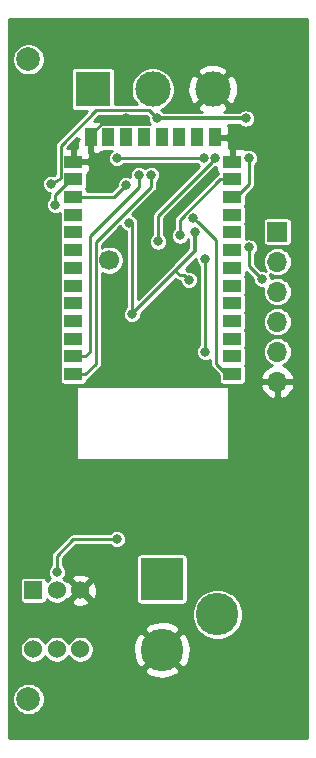
<source format=gbr>
G04 #@! TF.GenerationSoftware,KiCad,Pcbnew,5.1.4*
G04 #@! TF.CreationDate,2019-09-01T18:38:05+02:00*
G04 #@! TF.ProjectId,blueled,626c7565-6c65-4642-9e6b-696361645f70,rev?*
G04 #@! TF.SameCoordinates,Original*
G04 #@! TF.FileFunction,Copper,L2,Bot*
G04 #@! TF.FilePolarity,Positive*
%FSLAX46Y46*%
G04 Gerber Fmt 4.6, Leading zero omitted, Abs format (unit mm)*
G04 Created by KiCad (PCBNEW 5.1.4) date 2019-09-01 18:38:05*
%MOMM*%
%LPD*%
G04 APERTURE LIST*
%ADD10C,1.524000*%
%ADD11C,0.100000*%
%ADD12R,3.600000X3.600000*%
%ADD13C,3.600000*%
%ADD14C,3.000000*%
%ADD15R,3.000000X3.000000*%
%ADD16C,1.700000*%
%ADD17O,1.700000X1.700000*%
%ADD18R,1.700000X1.700000*%
%ADD19C,2.000000*%
%ADD20R,1.524000X1.100000*%
%ADD21R,1.100000X1.524000*%
%ADD22C,0.800000*%
%ADD23C,0.250000*%
%ADD24C,0.350000*%
%ADD25C,0.254000*%
G04 APERTURE END LIST*
D10*
X146780000Y-146558000D03*
X144780000Y-146558000D03*
X142780000Y-146558000D03*
D11*
G36*
X143542000Y-147320000D02*
G01*
X142018000Y-147320000D01*
X142018000Y-145796000D01*
X143542000Y-145796000D01*
X143542000Y-147320000D01*
X143542000Y-147320000D01*
G37*
D10*
X146780000Y-151558000D03*
X144780000Y-151558000D03*
X142780000Y-151558000D03*
D12*
X153670000Y-145605500D03*
D13*
X153670000Y-151605500D03*
X158370000Y-148605500D03*
D14*
X157988000Y-104140000D03*
X152908000Y-104140000D03*
D15*
X147828000Y-104140000D03*
D16*
X149225000Y-118618000D03*
D17*
X163449000Y-128905000D03*
X163449000Y-126365000D03*
X163449000Y-123825000D03*
X163449000Y-121285000D03*
X163449000Y-118745000D03*
D18*
X163449000Y-116205000D03*
D19*
X142367000Y-101600000D03*
X142367000Y-155765500D03*
D20*
X146177000Y-128270000D03*
X146177000Y-126770000D03*
X146177000Y-123770000D03*
X146177000Y-125270000D03*
X146177000Y-120770000D03*
X146177000Y-122270000D03*
X146177000Y-117770000D03*
X146177000Y-119270000D03*
X146177000Y-114770000D03*
X146177000Y-116270000D03*
X146177000Y-111770000D03*
X146177000Y-113270000D03*
X146177000Y-110270000D03*
X159639000Y-111770000D03*
X159639000Y-113270000D03*
X159639000Y-110270000D03*
X159639000Y-120770000D03*
X159639000Y-128270000D03*
X159639000Y-125270000D03*
X159639000Y-126770000D03*
X159639000Y-117770000D03*
X159639000Y-119270000D03*
X159639000Y-123770000D03*
X159639000Y-116270000D03*
X159639000Y-114770000D03*
X159639000Y-122270000D03*
D21*
X147658000Y-108204000D03*
X149158000Y-108204000D03*
X150658000Y-108204000D03*
X152158000Y-108204000D03*
X153658000Y-108204000D03*
X155158000Y-108204000D03*
X156658000Y-108204000D03*
X158158000Y-108204000D03*
D22*
X156464000Y-116205000D03*
X151130000Y-123190000D03*
X144653000Y-113919000D03*
X155956000Y-120269000D03*
X150876000Y-115443000D03*
X153352500Y-117030500D03*
X158176013Y-109982000D03*
X152781000Y-111379000D03*
X151714200Y-111379000D03*
X150622000Y-112268000D03*
X152273000Y-114427000D03*
X150622000Y-106593010D03*
X144399000Y-118364000D03*
X153924000Y-112903000D03*
X153289000Y-106616500D03*
X160782000Y-106616500D03*
X144272000Y-112141000D03*
X161036000Y-117538500D03*
X162164304Y-120231088D03*
X157353000Y-126365000D03*
X157353000Y-118491000D03*
X149860000Y-109982000D03*
X157226000Y-109982000D03*
X161036000Y-109982000D03*
X155210736Y-116524244D03*
X156346896Y-115021723D03*
X144780000Y-145034000D03*
X149860000Y-142240000D03*
D23*
X145923000Y-111760000D02*
X145986500Y-111760000D01*
D24*
X156464000Y-116259879D02*
X156464000Y-116205000D01*
X156464000Y-117856000D02*
X156464000Y-116259879D01*
D23*
X145816498Y-111823500D02*
X146113500Y-111823500D01*
X145965000Y-111770000D02*
X146177000Y-111770000D01*
X144653000Y-113082000D02*
X145965000Y-111770000D01*
X144653000Y-113919000D02*
X144653000Y-113082000D01*
X155175001Y-119869001D02*
X154813000Y-119507000D01*
X155556001Y-119869001D02*
X155175001Y-119869001D01*
X155956000Y-120269000D02*
X155556001Y-119869001D01*
D24*
X151130000Y-123190000D02*
X154813000Y-119507000D01*
X154813000Y-119507000D02*
X156464000Y-117856000D01*
D23*
X151130000Y-123190000D02*
X151130000Y-115443000D01*
X151130000Y-115443000D02*
X150876000Y-115443000D01*
X153352500Y-116903500D02*
X153352500Y-117030500D01*
X153352500Y-117030500D02*
X153352500Y-114854502D01*
X157901010Y-109982000D02*
X158176013Y-109982000D01*
X153352500Y-114854502D02*
X157901010Y-110305992D01*
X157901010Y-110257003D02*
X158176013Y-109982000D01*
X157901010Y-110305992D02*
X157901010Y-110257003D01*
X152781000Y-112395000D02*
X152781000Y-111379000D01*
X148082000Y-127377000D02*
X148082000Y-117094000D01*
X148082000Y-117094000D02*
X152781000Y-112395000D01*
X146177000Y-128270000D02*
X147189000Y-128270000D01*
X147189000Y-128270000D02*
X148082000Y-127377000D01*
X151714200Y-112445800D02*
X151714200Y-111379000D01*
X147574000Y-116586000D02*
X151714200Y-112445800D01*
X147574000Y-126385000D02*
X147574000Y-116586000D01*
X146177000Y-126770000D02*
X147189000Y-126770000D01*
X147189000Y-126770000D02*
X147574000Y-126385000D01*
X149620000Y-113270000D02*
X150622000Y-112268000D01*
X146177000Y-113270000D02*
X149620000Y-113270000D01*
X150056315Y-106593010D02*
X150622000Y-106593010D01*
X149056990Y-106593010D02*
X150056315Y-106593010D01*
X147658000Y-107992000D02*
X149056990Y-106593010D01*
X147658000Y-108204000D02*
X147658000Y-107992000D01*
D24*
X160782000Y-106616500D02*
X153289000Y-106616500D01*
D23*
X145139999Y-108914999D02*
X148139997Y-105915001D01*
X150243999Y-105915001D02*
X150246998Y-105918000D01*
X148139997Y-105915001D02*
X150243999Y-105915001D01*
X145139999Y-111654001D02*
X145139999Y-108914999D01*
X152590500Y-105918000D02*
X153289000Y-106616500D01*
X150246998Y-105918000D02*
X152590500Y-105918000D01*
X144272000Y-112141000D02*
X145139999Y-111654001D01*
X162164304Y-120231088D02*
X162141088Y-120231088D01*
X161036000Y-119126000D02*
X161036000Y-117538500D01*
X162141088Y-120231088D02*
X161036000Y-119126000D01*
X157353000Y-126365000D02*
X157353000Y-118491000D01*
D24*
X160022002Y-113284000D02*
X159766000Y-113284000D01*
D23*
X149860000Y-109982000D02*
X157226000Y-109982000D01*
X159639000Y-113270000D02*
X160034000Y-113270000D01*
X161036000Y-112180002D02*
X160186002Y-113030000D01*
X161036000Y-109982000D02*
X161036000Y-112180002D01*
X160186002Y-113030000D02*
X159829500Y-113030000D01*
X158639998Y-111760000D02*
X155210736Y-115189262D01*
X159258000Y-111760000D02*
X158639998Y-111760000D01*
X155210736Y-115958559D02*
X155210736Y-116524244D01*
X155210736Y-115189262D02*
X155210736Y-115958559D01*
X159258000Y-128397000D02*
X158242000Y-127381000D01*
X158242000Y-116916827D02*
X156746895Y-115421722D01*
X158242000Y-127381000D02*
X158242000Y-116916827D01*
X156746895Y-115421722D02*
X156346896Y-115021723D01*
X144780000Y-145034000D02*
X144780000Y-143637000D01*
X146177000Y-142240000D02*
X149860000Y-142240000D01*
X144780000Y-143637000D02*
X146177000Y-142240000D01*
D25*
G36*
X165968001Y-159110000D02*
G01*
X140737000Y-159110000D01*
X140737000Y-155629877D01*
X140990000Y-155629877D01*
X140990000Y-155901123D01*
X141042917Y-156167156D01*
X141146718Y-156417754D01*
X141297414Y-156643287D01*
X141489213Y-156835086D01*
X141714746Y-156985782D01*
X141965344Y-157089583D01*
X142231377Y-157142500D01*
X142502623Y-157142500D01*
X142768656Y-157089583D01*
X143019254Y-156985782D01*
X143244787Y-156835086D01*
X143436586Y-156643287D01*
X143587282Y-156417754D01*
X143691083Y-156167156D01*
X143744000Y-155901123D01*
X143744000Y-155629877D01*
X143691083Y-155363844D01*
X143587282Y-155113246D01*
X143436586Y-154887713D01*
X143244787Y-154695914D01*
X143019254Y-154545218D01*
X142768656Y-154441417D01*
X142502623Y-154388500D01*
X142231377Y-154388500D01*
X141965344Y-154441417D01*
X141714746Y-154545218D01*
X141489213Y-154695914D01*
X141297414Y-154887713D01*
X141146718Y-155113246D01*
X141042917Y-155363844D01*
X140990000Y-155629877D01*
X140737000Y-155629877D01*
X140737000Y-153310692D01*
X152144414Y-153310692D01*
X152336502Y-153656969D01*
X152762346Y-153877703D01*
X153223071Y-154011118D01*
X153700971Y-154052085D01*
X154177681Y-153999032D01*
X154634881Y-153853998D01*
X155003498Y-153656969D01*
X155195586Y-153310692D01*
X153670000Y-151785105D01*
X152144414Y-153310692D01*
X140737000Y-153310692D01*
X140737000Y-151445818D01*
X141641000Y-151445818D01*
X141641000Y-151670182D01*
X141684771Y-151890234D01*
X141770631Y-152097519D01*
X141895281Y-152284070D01*
X142053930Y-152442719D01*
X142240481Y-152567369D01*
X142447766Y-152653229D01*
X142667818Y-152697000D01*
X142892182Y-152697000D01*
X143112234Y-152653229D01*
X143319519Y-152567369D01*
X143506070Y-152442719D01*
X143664719Y-152284070D01*
X143780000Y-152111541D01*
X143895281Y-152284070D01*
X144053930Y-152442719D01*
X144240481Y-152567369D01*
X144447766Y-152653229D01*
X144667818Y-152697000D01*
X144892182Y-152697000D01*
X145112234Y-152653229D01*
X145319519Y-152567369D01*
X145506070Y-152442719D01*
X145664719Y-152284070D01*
X145780000Y-152111541D01*
X145895281Y-152284070D01*
X146053930Y-152442719D01*
X146240481Y-152567369D01*
X146447766Y-152653229D01*
X146667818Y-152697000D01*
X146892182Y-152697000D01*
X147112234Y-152653229D01*
X147319519Y-152567369D01*
X147506070Y-152442719D01*
X147664719Y-152284070D01*
X147789369Y-152097519D01*
X147875229Y-151890234D01*
X147919000Y-151670182D01*
X147919000Y-151636471D01*
X151223415Y-151636471D01*
X151276468Y-152113181D01*
X151421502Y-152570381D01*
X151618531Y-152938998D01*
X151964808Y-153131086D01*
X153490395Y-151605500D01*
X153849605Y-151605500D01*
X155375192Y-153131086D01*
X155721469Y-152938998D01*
X155942203Y-152513154D01*
X156075618Y-152052429D01*
X156116585Y-151574529D01*
X156063532Y-151097819D01*
X155918498Y-150640619D01*
X155721469Y-150272002D01*
X155375192Y-150079914D01*
X153849605Y-151605500D01*
X153490395Y-151605500D01*
X151964808Y-150079914D01*
X151618531Y-150272002D01*
X151397797Y-150697846D01*
X151264382Y-151158571D01*
X151223415Y-151636471D01*
X147919000Y-151636471D01*
X147919000Y-151445818D01*
X147875229Y-151225766D01*
X147789369Y-151018481D01*
X147664719Y-150831930D01*
X147506070Y-150673281D01*
X147319519Y-150548631D01*
X147112234Y-150462771D01*
X146892182Y-150419000D01*
X146667818Y-150419000D01*
X146447766Y-150462771D01*
X146240481Y-150548631D01*
X146053930Y-150673281D01*
X145895281Y-150831930D01*
X145780000Y-151004459D01*
X145664719Y-150831930D01*
X145506070Y-150673281D01*
X145319519Y-150548631D01*
X145112234Y-150462771D01*
X144892182Y-150419000D01*
X144667818Y-150419000D01*
X144447766Y-150462771D01*
X144240481Y-150548631D01*
X144053930Y-150673281D01*
X143895281Y-150831930D01*
X143780000Y-151004459D01*
X143664719Y-150831930D01*
X143506070Y-150673281D01*
X143319519Y-150548631D01*
X143112234Y-150462771D01*
X142892182Y-150419000D01*
X142667818Y-150419000D01*
X142447766Y-150462771D01*
X142240481Y-150548631D01*
X142053930Y-150673281D01*
X141895281Y-150831930D01*
X141770631Y-151018481D01*
X141684771Y-151225766D01*
X141641000Y-151445818D01*
X140737000Y-151445818D01*
X140737000Y-149900308D01*
X152144414Y-149900308D01*
X153670000Y-151425895D01*
X155195586Y-149900308D01*
X155003498Y-149554031D01*
X154577654Y-149333297D01*
X154116929Y-149199882D01*
X153639029Y-149158915D01*
X153162319Y-149211968D01*
X152705119Y-149357002D01*
X152336502Y-149554031D01*
X152144414Y-149900308D01*
X140737000Y-149900308D01*
X140737000Y-148391084D01*
X156193000Y-148391084D01*
X156193000Y-148819916D01*
X156276660Y-149240508D01*
X156440767Y-149636696D01*
X156679013Y-149993257D01*
X156982243Y-150296487D01*
X157338804Y-150534733D01*
X157734992Y-150698840D01*
X158155584Y-150782500D01*
X158584416Y-150782500D01*
X159005008Y-150698840D01*
X159401196Y-150534733D01*
X159757757Y-150296487D01*
X160060987Y-149993257D01*
X160299233Y-149636696D01*
X160463340Y-149240508D01*
X160547000Y-148819916D01*
X160547000Y-148391084D01*
X160463340Y-147970492D01*
X160299233Y-147574304D01*
X160060987Y-147217743D01*
X159757757Y-146914513D01*
X159401196Y-146676267D01*
X159005008Y-146512160D01*
X158584416Y-146428500D01*
X158155584Y-146428500D01*
X157734992Y-146512160D01*
X157338804Y-146676267D01*
X156982243Y-146914513D01*
X156679013Y-147217743D01*
X156440767Y-147574304D01*
X156276660Y-147970492D01*
X156193000Y-148391084D01*
X140737000Y-148391084D01*
X140737000Y-145796000D01*
X141639176Y-145796000D01*
X141639176Y-147320000D01*
X141646455Y-147393905D01*
X141668012Y-147464970D01*
X141703019Y-147530463D01*
X141750131Y-147587869D01*
X141807537Y-147634981D01*
X141873030Y-147669988D01*
X141944095Y-147691545D01*
X142018000Y-147698824D01*
X143542000Y-147698824D01*
X143615905Y-147691545D01*
X143686970Y-147669988D01*
X143752463Y-147634981D01*
X143809869Y-147587869D01*
X143856981Y-147530463D01*
X143891988Y-147464970D01*
X143913545Y-147393905D01*
X143920824Y-147320000D01*
X143920824Y-147309613D01*
X144053930Y-147442719D01*
X144240481Y-147567369D01*
X144447766Y-147653229D01*
X144667818Y-147697000D01*
X144892182Y-147697000D01*
X145112234Y-147653229D01*
X145319519Y-147567369D01*
X145385075Y-147523565D01*
X145994040Y-147523565D01*
X146061020Y-147763656D01*
X146310048Y-147880756D01*
X146577135Y-147947023D01*
X146852017Y-147959910D01*
X147124133Y-147918922D01*
X147383023Y-147825636D01*
X147498980Y-147763656D01*
X147565960Y-147523565D01*
X146780000Y-146737605D01*
X145994040Y-147523565D01*
X145385075Y-147523565D01*
X145506070Y-147442719D01*
X145650549Y-147298240D01*
X145814435Y-147343960D01*
X146600395Y-146558000D01*
X146959605Y-146558000D01*
X147745565Y-147343960D01*
X147985656Y-147276980D01*
X148102756Y-147027952D01*
X148169023Y-146760865D01*
X148181910Y-146485983D01*
X148140922Y-146213867D01*
X148047636Y-145954977D01*
X147985656Y-145839020D01*
X147745565Y-145772040D01*
X146959605Y-146558000D01*
X146600395Y-146558000D01*
X145814435Y-145772040D01*
X145650549Y-145817760D01*
X145506070Y-145673281D01*
X145385077Y-145592435D01*
X145994040Y-145592435D01*
X146780000Y-146378395D01*
X147565960Y-145592435D01*
X147498980Y-145352344D01*
X147249952Y-145235244D01*
X146982865Y-145168977D01*
X146707983Y-145156090D01*
X146435867Y-145197078D01*
X146176977Y-145290364D01*
X146061020Y-145352344D01*
X145994040Y-145592435D01*
X145385077Y-145592435D01*
X145346312Y-145566533D01*
X145383536Y-145529309D01*
X145468569Y-145402048D01*
X145527141Y-145260643D01*
X145557000Y-145110528D01*
X145557000Y-144957472D01*
X145527141Y-144807357D01*
X145468569Y-144665952D01*
X145383536Y-144538691D01*
X145282000Y-144437155D01*
X145282000Y-143844934D01*
X145321434Y-143805500D01*
X151491176Y-143805500D01*
X151491176Y-147405500D01*
X151498455Y-147479405D01*
X151520012Y-147550470D01*
X151555019Y-147615963D01*
X151602131Y-147673369D01*
X151659537Y-147720481D01*
X151725030Y-147755488D01*
X151796095Y-147777045D01*
X151870000Y-147784324D01*
X155470000Y-147784324D01*
X155543905Y-147777045D01*
X155614970Y-147755488D01*
X155680463Y-147720481D01*
X155737869Y-147673369D01*
X155784981Y-147615963D01*
X155819988Y-147550470D01*
X155841545Y-147479405D01*
X155848824Y-147405500D01*
X155848824Y-143805500D01*
X155841545Y-143731595D01*
X155819988Y-143660530D01*
X155784981Y-143595037D01*
X155737869Y-143537631D01*
X155680463Y-143490519D01*
X155614970Y-143455512D01*
X155543905Y-143433955D01*
X155470000Y-143426676D01*
X151870000Y-143426676D01*
X151796095Y-143433955D01*
X151725030Y-143455512D01*
X151659537Y-143490519D01*
X151602131Y-143537631D01*
X151555019Y-143595037D01*
X151520012Y-143660530D01*
X151498455Y-143731595D01*
X151491176Y-143805500D01*
X145321434Y-143805500D01*
X146384935Y-142742000D01*
X149263155Y-142742000D01*
X149364691Y-142843536D01*
X149491952Y-142928569D01*
X149633357Y-142987141D01*
X149783472Y-143017000D01*
X149936528Y-143017000D01*
X150086643Y-142987141D01*
X150228048Y-142928569D01*
X150355309Y-142843536D01*
X150463536Y-142735309D01*
X150548569Y-142608048D01*
X150607141Y-142466643D01*
X150637000Y-142316528D01*
X150637000Y-142163472D01*
X150607141Y-142013357D01*
X150548569Y-141871952D01*
X150463536Y-141744691D01*
X150355309Y-141636464D01*
X150228048Y-141551431D01*
X150086643Y-141492859D01*
X149936528Y-141463000D01*
X149783472Y-141463000D01*
X149633357Y-141492859D01*
X149491952Y-141551431D01*
X149364691Y-141636464D01*
X149263155Y-141738000D01*
X146201642Y-141738000D01*
X146176999Y-141735573D01*
X146152356Y-141738000D01*
X146152347Y-141738000D01*
X146078591Y-141745264D01*
X145983964Y-141773969D01*
X145896755Y-141820583D01*
X145820316Y-141883316D01*
X145804603Y-141902462D01*
X144442463Y-143264603D01*
X144423317Y-143280316D01*
X144407604Y-143299462D01*
X144407601Y-143299465D01*
X144360584Y-143356755D01*
X144313970Y-143443964D01*
X144285265Y-143538591D01*
X144275573Y-143637000D01*
X144278001Y-143661653D01*
X144278000Y-144437155D01*
X144176464Y-144538691D01*
X144091431Y-144665952D01*
X144032859Y-144807357D01*
X144003000Y-144957472D01*
X144003000Y-145110528D01*
X144032859Y-145260643D01*
X144091431Y-145402048D01*
X144176464Y-145529309D01*
X144213688Y-145566533D01*
X144053930Y-145673281D01*
X143920824Y-145806387D01*
X143920824Y-145796000D01*
X143913545Y-145722095D01*
X143891988Y-145651030D01*
X143856981Y-145585537D01*
X143809869Y-145528131D01*
X143752463Y-145481019D01*
X143686970Y-145446012D01*
X143615905Y-145424455D01*
X143542000Y-145417176D01*
X142018000Y-145417176D01*
X141944095Y-145424455D01*
X141873030Y-145446012D01*
X141807537Y-145481019D01*
X141750131Y-145528131D01*
X141703019Y-145585537D01*
X141668012Y-145651030D01*
X141646455Y-145722095D01*
X141639176Y-145796000D01*
X140737000Y-145796000D01*
X140737000Y-129387600D01*
X146431000Y-129387600D01*
X146431000Y-135382000D01*
X146433440Y-135406776D01*
X146440667Y-135430601D01*
X146452403Y-135452557D01*
X146468197Y-135471803D01*
X146487443Y-135487597D01*
X146509399Y-135499333D01*
X146533224Y-135506560D01*
X146557492Y-135508999D01*
X159257492Y-135559799D01*
X159282278Y-135557458D01*
X159306131Y-135550326D01*
X159328134Y-135538678D01*
X159347443Y-135522961D01*
X159363314Y-135503779D01*
X159375137Y-135481870D01*
X159382460Y-135458075D01*
X159385000Y-135432800D01*
X159385000Y-129387600D01*
X159382560Y-129362824D01*
X159375333Y-129338999D01*
X159363597Y-129317043D01*
X159347803Y-129297797D01*
X159328557Y-129282003D01*
X159306601Y-129270267D01*
X159282776Y-129263040D01*
X159271099Y-129261890D01*
X162007524Y-129261890D01*
X162052175Y-129409099D01*
X162177359Y-129671920D01*
X162351412Y-129905269D01*
X162567645Y-130100178D01*
X162817748Y-130249157D01*
X163092109Y-130346481D01*
X163322000Y-130225814D01*
X163322000Y-129032000D01*
X163576000Y-129032000D01*
X163576000Y-130225814D01*
X163805891Y-130346481D01*
X164080252Y-130249157D01*
X164330355Y-130100178D01*
X164546588Y-129905269D01*
X164720641Y-129671920D01*
X164845825Y-129409099D01*
X164890476Y-129261890D01*
X164769155Y-129032000D01*
X163576000Y-129032000D01*
X163322000Y-129032000D01*
X162128845Y-129032000D01*
X162007524Y-129261890D01*
X159271099Y-129261890D01*
X159258000Y-129260600D01*
X146558000Y-129260600D01*
X146533224Y-129263040D01*
X146509399Y-129270267D01*
X146487443Y-129282003D01*
X146468197Y-129297797D01*
X146452403Y-129317043D01*
X146440667Y-129338999D01*
X146433440Y-129362824D01*
X146431000Y-129387600D01*
X140737000Y-129387600D01*
X140737000Y-112064472D01*
X143495000Y-112064472D01*
X143495000Y-112217528D01*
X143524859Y-112367643D01*
X143583431Y-112509048D01*
X143668464Y-112636309D01*
X143776691Y-112744536D01*
X143903952Y-112829569D01*
X144045357Y-112888141D01*
X144179147Y-112914753D01*
X144158265Y-112983591D01*
X144148573Y-113082000D01*
X144151001Y-113106652D01*
X144151001Y-113322154D01*
X144049464Y-113423691D01*
X143964431Y-113550952D01*
X143905859Y-113692357D01*
X143876000Y-113842472D01*
X143876000Y-113995528D01*
X143905859Y-114145643D01*
X143964431Y-114287048D01*
X144049464Y-114414309D01*
X144157691Y-114522536D01*
X144284952Y-114607569D01*
X144426357Y-114666141D01*
X144576472Y-114696000D01*
X144729528Y-114696000D01*
X144879643Y-114666141D01*
X145021048Y-114607569D01*
X145036176Y-114597461D01*
X145036176Y-115320000D01*
X145043455Y-115393905D01*
X145065012Y-115464970D01*
X145094426Y-115520000D01*
X145065012Y-115575030D01*
X145043455Y-115646095D01*
X145036176Y-115720000D01*
X145036176Y-116820000D01*
X145043455Y-116893905D01*
X145065012Y-116964970D01*
X145094426Y-117020000D01*
X145065012Y-117075030D01*
X145043455Y-117146095D01*
X145036176Y-117220000D01*
X145036176Y-118320000D01*
X145043455Y-118393905D01*
X145065012Y-118464970D01*
X145094426Y-118520000D01*
X145065012Y-118575030D01*
X145043455Y-118646095D01*
X145036176Y-118720000D01*
X145036176Y-119820000D01*
X145043455Y-119893905D01*
X145065012Y-119964970D01*
X145094426Y-120020000D01*
X145065012Y-120075030D01*
X145043455Y-120146095D01*
X145036176Y-120220000D01*
X145036176Y-121320000D01*
X145043455Y-121393905D01*
X145065012Y-121464970D01*
X145094426Y-121520000D01*
X145065012Y-121575030D01*
X145043455Y-121646095D01*
X145036176Y-121720000D01*
X145036176Y-122820000D01*
X145043455Y-122893905D01*
X145065012Y-122964970D01*
X145094426Y-123020000D01*
X145065012Y-123075030D01*
X145043455Y-123146095D01*
X145036176Y-123220000D01*
X145036176Y-124320000D01*
X145043455Y-124393905D01*
X145065012Y-124464970D01*
X145094426Y-124520000D01*
X145065012Y-124575030D01*
X145043455Y-124646095D01*
X145036176Y-124720000D01*
X145036176Y-125820000D01*
X145043455Y-125893905D01*
X145065012Y-125964970D01*
X145094426Y-126020000D01*
X145065012Y-126075030D01*
X145043455Y-126146095D01*
X145036176Y-126220000D01*
X145036176Y-127320000D01*
X145043455Y-127393905D01*
X145065012Y-127464970D01*
X145094426Y-127520000D01*
X145065012Y-127575030D01*
X145043455Y-127646095D01*
X145036176Y-127720000D01*
X145036176Y-128820000D01*
X145043455Y-128893905D01*
X145065012Y-128964970D01*
X145100019Y-129030463D01*
X145147131Y-129087869D01*
X145204537Y-129134981D01*
X145270030Y-129169988D01*
X145341095Y-129191545D01*
X145415000Y-129198824D01*
X146939000Y-129198824D01*
X147012905Y-129191545D01*
X147083970Y-129169988D01*
X147149463Y-129134981D01*
X147206869Y-129087869D01*
X147253981Y-129030463D01*
X147288988Y-128964970D01*
X147310545Y-128893905D01*
X147317824Y-128820000D01*
X147317824Y-128755510D01*
X147382036Y-128736031D01*
X147469245Y-128689417D01*
X147545684Y-128626684D01*
X147561401Y-128607533D01*
X148419543Y-127749393D01*
X148438684Y-127733684D01*
X148454392Y-127714544D01*
X148454400Y-127714536D01*
X148501417Y-127657246D01*
X148538499Y-127587869D01*
X148548031Y-127570036D01*
X148576736Y-127475409D01*
X148584000Y-127401653D01*
X148584000Y-127401643D01*
X148586427Y-127377000D01*
X148584000Y-127352357D01*
X148584000Y-119665397D01*
X148643798Y-119705353D01*
X148867097Y-119797847D01*
X149104151Y-119845000D01*
X149345849Y-119845000D01*
X149582903Y-119797847D01*
X149806202Y-119705353D01*
X150007167Y-119571073D01*
X150178073Y-119400167D01*
X150312353Y-119199202D01*
X150404847Y-118975903D01*
X150452000Y-118738849D01*
X150452000Y-118497151D01*
X150404847Y-118260097D01*
X150312353Y-118036798D01*
X150178073Y-117835833D01*
X150007167Y-117664927D01*
X149806202Y-117530647D01*
X149582903Y-117438153D01*
X149345849Y-117391000D01*
X149104151Y-117391000D01*
X148867097Y-117438153D01*
X148643798Y-117530647D01*
X148584000Y-117570603D01*
X148584000Y-117301934D01*
X150154467Y-115731467D01*
X150187431Y-115811048D01*
X150272464Y-115938309D01*
X150380691Y-116046536D01*
X150507952Y-116131569D01*
X150628001Y-116181295D01*
X150628000Y-122593155D01*
X150526464Y-122694691D01*
X150441431Y-122821952D01*
X150382859Y-122963357D01*
X150353000Y-123113472D01*
X150353000Y-123266528D01*
X150382859Y-123416643D01*
X150441431Y-123558048D01*
X150526464Y-123685309D01*
X150634691Y-123793536D01*
X150761952Y-123878569D01*
X150903357Y-123937141D01*
X151053472Y-123967000D01*
X151206528Y-123967000D01*
X151356643Y-123937141D01*
X151498048Y-123878569D01*
X151625309Y-123793536D01*
X151733536Y-123685309D01*
X151818569Y-123558048D01*
X151877141Y-123416643D01*
X151907000Y-123266528D01*
X151907000Y-123193644D01*
X154849427Y-120251218D01*
X154894755Y-120288418D01*
X154930673Y-120307616D01*
X154981965Y-120335032D01*
X155076592Y-120363737D01*
X155150348Y-120371001D01*
X155150358Y-120371001D01*
X155175001Y-120373428D01*
X155184366Y-120372506D01*
X155208859Y-120495643D01*
X155267431Y-120637048D01*
X155352464Y-120764309D01*
X155460691Y-120872536D01*
X155587952Y-120957569D01*
X155729357Y-121016141D01*
X155879472Y-121046000D01*
X156032528Y-121046000D01*
X156182643Y-121016141D01*
X156324048Y-120957569D01*
X156451309Y-120872536D01*
X156559536Y-120764309D01*
X156644569Y-120637048D01*
X156703141Y-120495643D01*
X156733000Y-120345528D01*
X156733000Y-120192472D01*
X156703141Y-120042357D01*
X156644569Y-119900952D01*
X156559536Y-119773691D01*
X156451309Y-119665464D01*
X156324048Y-119580431D01*
X156182643Y-119521859D01*
X156032528Y-119492000D01*
X155887929Y-119492000D01*
X155836246Y-119449584D01*
X155749037Y-119402970D01*
X155709629Y-119391016D01*
X156576000Y-118524646D01*
X156576000Y-118567528D01*
X156605859Y-118717643D01*
X156664431Y-118859048D01*
X156749464Y-118986309D01*
X156851001Y-119087846D01*
X156851000Y-125768155D01*
X156749464Y-125869691D01*
X156664431Y-125996952D01*
X156605859Y-126138357D01*
X156576000Y-126288472D01*
X156576000Y-126441528D01*
X156605859Y-126591643D01*
X156664431Y-126733048D01*
X156749464Y-126860309D01*
X156857691Y-126968536D01*
X156984952Y-127053569D01*
X157126357Y-127112141D01*
X157276472Y-127142000D01*
X157429528Y-127142000D01*
X157579643Y-127112141D01*
X157721048Y-127053569D01*
X157740000Y-127040906D01*
X157740000Y-127356357D01*
X157737573Y-127381000D01*
X157740000Y-127405643D01*
X157740000Y-127405652D01*
X157747264Y-127479408D01*
X157775969Y-127574035D01*
X157822583Y-127661245D01*
X157885316Y-127737684D01*
X157904467Y-127753401D01*
X158498176Y-128347111D01*
X158498176Y-128820000D01*
X158505455Y-128893905D01*
X158527012Y-128964970D01*
X158562019Y-129030463D01*
X158609131Y-129087869D01*
X158666537Y-129134981D01*
X158732030Y-129169988D01*
X158803095Y-129191545D01*
X158877000Y-129198824D01*
X160401000Y-129198824D01*
X160474905Y-129191545D01*
X160545970Y-129169988D01*
X160611463Y-129134981D01*
X160668869Y-129087869D01*
X160715981Y-129030463D01*
X160750988Y-128964970D01*
X160772545Y-128893905D01*
X160779824Y-128820000D01*
X160779824Y-128548110D01*
X162007524Y-128548110D01*
X162128845Y-128778000D01*
X163322000Y-128778000D01*
X163322000Y-128758000D01*
X163576000Y-128758000D01*
X163576000Y-128778000D01*
X164769155Y-128778000D01*
X164890476Y-128548110D01*
X164845825Y-128400901D01*
X164720641Y-128138080D01*
X164546588Y-127904731D01*
X164330355Y-127709822D01*
X164080252Y-127560843D01*
X163920512Y-127504179D01*
X163920824Y-127504084D01*
X164133983Y-127390149D01*
X164320817Y-127236817D01*
X164474149Y-127049983D01*
X164588084Y-126836824D01*
X164658245Y-126605534D01*
X164681936Y-126365000D01*
X164658245Y-126124466D01*
X164588084Y-125893176D01*
X164474149Y-125680017D01*
X164320817Y-125493183D01*
X164133983Y-125339851D01*
X163920824Y-125225916D01*
X163689534Y-125155755D01*
X163509268Y-125138000D01*
X163388732Y-125138000D01*
X163208466Y-125155755D01*
X162977176Y-125225916D01*
X162764017Y-125339851D01*
X162577183Y-125493183D01*
X162423851Y-125680017D01*
X162309916Y-125893176D01*
X162239755Y-126124466D01*
X162216064Y-126365000D01*
X162239755Y-126605534D01*
X162309916Y-126836824D01*
X162423851Y-127049983D01*
X162577183Y-127236817D01*
X162764017Y-127390149D01*
X162977176Y-127504084D01*
X162977488Y-127504179D01*
X162817748Y-127560843D01*
X162567645Y-127709822D01*
X162351412Y-127904731D01*
X162177359Y-128138080D01*
X162052175Y-128400901D01*
X162007524Y-128548110D01*
X160779824Y-128548110D01*
X160779824Y-127720000D01*
X160772545Y-127646095D01*
X160750988Y-127575030D01*
X160721574Y-127520000D01*
X160750988Y-127464970D01*
X160772545Y-127393905D01*
X160779824Y-127320000D01*
X160779824Y-126220000D01*
X160772545Y-126146095D01*
X160750988Y-126075030D01*
X160721574Y-126020000D01*
X160750988Y-125964970D01*
X160772545Y-125893905D01*
X160779824Y-125820000D01*
X160779824Y-124720000D01*
X160772545Y-124646095D01*
X160750988Y-124575030D01*
X160721574Y-124520000D01*
X160750988Y-124464970D01*
X160772545Y-124393905D01*
X160779824Y-124320000D01*
X160779824Y-123825000D01*
X162216064Y-123825000D01*
X162239755Y-124065534D01*
X162309916Y-124296824D01*
X162423851Y-124509983D01*
X162577183Y-124696817D01*
X162764017Y-124850149D01*
X162977176Y-124964084D01*
X163208466Y-125034245D01*
X163388732Y-125052000D01*
X163509268Y-125052000D01*
X163689534Y-125034245D01*
X163920824Y-124964084D01*
X164133983Y-124850149D01*
X164320817Y-124696817D01*
X164474149Y-124509983D01*
X164588084Y-124296824D01*
X164658245Y-124065534D01*
X164681936Y-123825000D01*
X164658245Y-123584466D01*
X164588084Y-123353176D01*
X164474149Y-123140017D01*
X164320817Y-122953183D01*
X164133983Y-122799851D01*
X163920824Y-122685916D01*
X163689534Y-122615755D01*
X163509268Y-122598000D01*
X163388732Y-122598000D01*
X163208466Y-122615755D01*
X162977176Y-122685916D01*
X162764017Y-122799851D01*
X162577183Y-122953183D01*
X162423851Y-123140017D01*
X162309916Y-123353176D01*
X162239755Y-123584466D01*
X162216064Y-123825000D01*
X160779824Y-123825000D01*
X160779824Y-123220000D01*
X160772545Y-123146095D01*
X160750988Y-123075030D01*
X160721574Y-123020000D01*
X160750988Y-122964970D01*
X160772545Y-122893905D01*
X160779824Y-122820000D01*
X160779824Y-121720000D01*
X160772545Y-121646095D01*
X160750988Y-121575030D01*
X160721574Y-121520000D01*
X160750988Y-121464970D01*
X160772545Y-121393905D01*
X160779824Y-121320000D01*
X160779824Y-120220000D01*
X160772545Y-120146095D01*
X160750988Y-120075030D01*
X160721574Y-120020000D01*
X160750988Y-119964970D01*
X160772545Y-119893905D01*
X160779824Y-119820000D01*
X160779824Y-119579758D01*
X161387304Y-120187239D01*
X161387304Y-120307616D01*
X161417163Y-120457731D01*
X161475735Y-120599136D01*
X161560768Y-120726397D01*
X161668995Y-120834624D01*
X161796256Y-120919657D01*
X161937661Y-120978229D01*
X162087776Y-121008088D01*
X162240832Y-121008088D01*
X162251430Y-121005980D01*
X162239755Y-121044466D01*
X162216064Y-121285000D01*
X162239755Y-121525534D01*
X162309916Y-121756824D01*
X162423851Y-121969983D01*
X162577183Y-122156817D01*
X162764017Y-122310149D01*
X162977176Y-122424084D01*
X163208466Y-122494245D01*
X163388732Y-122512000D01*
X163509268Y-122512000D01*
X163689534Y-122494245D01*
X163920824Y-122424084D01*
X164133983Y-122310149D01*
X164320817Y-122156817D01*
X164474149Y-121969983D01*
X164588084Y-121756824D01*
X164658245Y-121525534D01*
X164681936Y-121285000D01*
X164658245Y-121044466D01*
X164588084Y-120813176D01*
X164474149Y-120600017D01*
X164320817Y-120413183D01*
X164133983Y-120259851D01*
X163920824Y-120145916D01*
X163689534Y-120075755D01*
X163509268Y-120058000D01*
X163388732Y-120058000D01*
X163208466Y-120075755D01*
X162977176Y-120145916D01*
X162941304Y-120165090D01*
X162941304Y-120154560D01*
X162911445Y-120004445D01*
X162852873Y-119863040D01*
X162805688Y-119792422D01*
X162977176Y-119884084D01*
X163208466Y-119954245D01*
X163388732Y-119972000D01*
X163509268Y-119972000D01*
X163689534Y-119954245D01*
X163920824Y-119884084D01*
X164133983Y-119770149D01*
X164320817Y-119616817D01*
X164474149Y-119429983D01*
X164588084Y-119216824D01*
X164658245Y-118985534D01*
X164681936Y-118745000D01*
X164658245Y-118504466D01*
X164588084Y-118273176D01*
X164474149Y-118060017D01*
X164320817Y-117873183D01*
X164133983Y-117719851D01*
X163920824Y-117605916D01*
X163689534Y-117535755D01*
X163509268Y-117518000D01*
X163388732Y-117518000D01*
X163208466Y-117535755D01*
X162977176Y-117605916D01*
X162764017Y-117719851D01*
X162577183Y-117873183D01*
X162423851Y-118060017D01*
X162309916Y-118273176D01*
X162239755Y-118504466D01*
X162216064Y-118745000D01*
X162239755Y-118985534D01*
X162309916Y-119216824D01*
X162423851Y-119429983D01*
X162507893Y-119532388D01*
X162390947Y-119483947D01*
X162240832Y-119454088D01*
X162087776Y-119454088D01*
X162076304Y-119456370D01*
X161538000Y-118918066D01*
X161538000Y-118135345D01*
X161639536Y-118033809D01*
X161724569Y-117906548D01*
X161783141Y-117765143D01*
X161813000Y-117615028D01*
X161813000Y-117461972D01*
X161783141Y-117311857D01*
X161724569Y-117170452D01*
X161639536Y-117043191D01*
X161531309Y-116934964D01*
X161404048Y-116849931D01*
X161262643Y-116791359D01*
X161112528Y-116761500D01*
X160959472Y-116761500D01*
X160809357Y-116791359D01*
X160779824Y-116803592D01*
X160779824Y-115720000D01*
X160772545Y-115646095D01*
X160750988Y-115575030D01*
X160721574Y-115520000D01*
X160750988Y-115464970D01*
X160772545Y-115393905D01*
X160776376Y-115355000D01*
X162220176Y-115355000D01*
X162220176Y-117055000D01*
X162227455Y-117128905D01*
X162249012Y-117199970D01*
X162284019Y-117265463D01*
X162331131Y-117322869D01*
X162388537Y-117369981D01*
X162454030Y-117404988D01*
X162525095Y-117426545D01*
X162599000Y-117433824D01*
X164299000Y-117433824D01*
X164372905Y-117426545D01*
X164443970Y-117404988D01*
X164509463Y-117369981D01*
X164566869Y-117322869D01*
X164613981Y-117265463D01*
X164648988Y-117199970D01*
X164670545Y-117128905D01*
X164677824Y-117055000D01*
X164677824Y-115355000D01*
X164670545Y-115281095D01*
X164648988Y-115210030D01*
X164613981Y-115144537D01*
X164566869Y-115087131D01*
X164509463Y-115040019D01*
X164443970Y-115005012D01*
X164372905Y-114983455D01*
X164299000Y-114976176D01*
X162599000Y-114976176D01*
X162525095Y-114983455D01*
X162454030Y-115005012D01*
X162388537Y-115040019D01*
X162331131Y-115087131D01*
X162284019Y-115144537D01*
X162249012Y-115210030D01*
X162227455Y-115281095D01*
X162220176Y-115355000D01*
X160776376Y-115355000D01*
X160779824Y-115320000D01*
X160779824Y-114220000D01*
X160772545Y-114146095D01*
X160750988Y-114075030D01*
X160721574Y-114020000D01*
X160750988Y-113964970D01*
X160772545Y-113893905D01*
X160779824Y-113820000D01*
X160779824Y-113146113D01*
X161373543Y-112552395D01*
X161392684Y-112536686D01*
X161408392Y-112517546D01*
X161408400Y-112517538D01*
X161455417Y-112460248D01*
X161502030Y-112373039D01*
X161502031Y-112373038D01*
X161530736Y-112278411D01*
X161538000Y-112204655D01*
X161538000Y-112204645D01*
X161540427Y-112180002D01*
X161538000Y-112155359D01*
X161538000Y-110578845D01*
X161639536Y-110477309D01*
X161724569Y-110350048D01*
X161783141Y-110208643D01*
X161813000Y-110058528D01*
X161813000Y-109905472D01*
X161783141Y-109755357D01*
X161724569Y-109613952D01*
X161639536Y-109486691D01*
X161531309Y-109378464D01*
X161404048Y-109293431D01*
X161262643Y-109234859D01*
X161112528Y-109205000D01*
X160959472Y-109205000D01*
X160810526Y-109234626D01*
X160755494Y-109189463D01*
X160645180Y-109130498D01*
X160525482Y-109094188D01*
X160401000Y-109081928D01*
X159924750Y-109085000D01*
X159766000Y-109243750D01*
X159766000Y-110143000D01*
X159786000Y-110143000D01*
X159786000Y-110397000D01*
X159766000Y-110397000D01*
X159766000Y-110417000D01*
X159512000Y-110417000D01*
X159512000Y-110397000D01*
X159492000Y-110397000D01*
X159492000Y-110143000D01*
X159512000Y-110143000D01*
X159512000Y-109243750D01*
X159353250Y-109085000D01*
X159334364Y-109084878D01*
X159346072Y-108966000D01*
X159343000Y-108489750D01*
X159184250Y-108331000D01*
X158285000Y-108331000D01*
X158285000Y-108351000D01*
X158031000Y-108351000D01*
X158031000Y-108331000D01*
X158011000Y-108331000D01*
X158011000Y-108077000D01*
X158031000Y-108077000D01*
X158031000Y-108057000D01*
X158285000Y-108057000D01*
X158285000Y-108077000D01*
X159184250Y-108077000D01*
X159343000Y-107918250D01*
X159346072Y-107442000D01*
X159333812Y-107317518D01*
X159297502Y-107197820D01*
X159281830Y-107168500D01*
X160235155Y-107168500D01*
X160286691Y-107220036D01*
X160413952Y-107305069D01*
X160555357Y-107363641D01*
X160705472Y-107393500D01*
X160858528Y-107393500D01*
X161008643Y-107363641D01*
X161150048Y-107305069D01*
X161277309Y-107220036D01*
X161385536Y-107111809D01*
X161470569Y-106984548D01*
X161529141Y-106843143D01*
X161559000Y-106693028D01*
X161559000Y-106539972D01*
X161529141Y-106389857D01*
X161470569Y-106248452D01*
X161385536Y-106121191D01*
X161277309Y-106012964D01*
X161150048Y-105927931D01*
X161008643Y-105869359D01*
X160858528Y-105839500D01*
X160705472Y-105839500D01*
X160555357Y-105869359D01*
X160413952Y-105927931D01*
X160286691Y-106012964D01*
X160235155Y-106064500D01*
X158924609Y-106064500D01*
X159144038Y-105947214D01*
X159300048Y-105631653D01*
X157988000Y-104319605D01*
X156675952Y-105631653D01*
X156831962Y-105947214D01*
X157062336Y-106064500D01*
X153835845Y-106064500D01*
X153784309Y-106012964D01*
X153657048Y-105927931D01*
X153576719Y-105894658D01*
X153797093Y-105803376D01*
X154104518Y-105597961D01*
X154365961Y-105336518D01*
X154571376Y-105029093D01*
X154712868Y-104687501D01*
X154785000Y-104324868D01*
X154785000Y-104182824D01*
X155843098Y-104182824D01*
X155892666Y-104600451D01*
X156022757Y-105000383D01*
X156180786Y-105296038D01*
X156496347Y-105452048D01*
X157808395Y-104140000D01*
X158167605Y-104140000D01*
X159479653Y-105452048D01*
X159795214Y-105296038D01*
X159986020Y-104921255D01*
X160100044Y-104516449D01*
X160132902Y-104097176D01*
X160083334Y-103679549D01*
X159953243Y-103279617D01*
X159795214Y-102983962D01*
X159479653Y-102827952D01*
X158167605Y-104140000D01*
X157808395Y-104140000D01*
X156496347Y-102827952D01*
X156180786Y-102983962D01*
X155989980Y-103358745D01*
X155875956Y-103763551D01*
X155843098Y-104182824D01*
X154785000Y-104182824D01*
X154785000Y-103955132D01*
X154712868Y-103592499D01*
X154571376Y-103250907D01*
X154365961Y-102943482D01*
X154104518Y-102682039D01*
X154054095Y-102648347D01*
X156675952Y-102648347D01*
X157988000Y-103960395D01*
X159300048Y-102648347D01*
X159144038Y-102332786D01*
X158769255Y-102141980D01*
X158364449Y-102027956D01*
X157945176Y-101995098D01*
X157527549Y-102044666D01*
X157127617Y-102174757D01*
X156831962Y-102332786D01*
X156675952Y-102648347D01*
X154054095Y-102648347D01*
X153797093Y-102476624D01*
X153455501Y-102335132D01*
X153092868Y-102263000D01*
X152723132Y-102263000D01*
X152360499Y-102335132D01*
X152018907Y-102476624D01*
X151711482Y-102682039D01*
X151450039Y-102943482D01*
X151244624Y-103250907D01*
X151103132Y-103592499D01*
X151031000Y-103955132D01*
X151031000Y-104324868D01*
X151103132Y-104687501D01*
X151244624Y-105029093D01*
X151450039Y-105336518D01*
X151529521Y-105416000D01*
X150299103Y-105416000D01*
X150268652Y-105413001D01*
X150268642Y-105413001D01*
X150243999Y-105410574D01*
X150219356Y-105413001D01*
X149706824Y-105413001D01*
X149706824Y-102640000D01*
X149699545Y-102566095D01*
X149677988Y-102495030D01*
X149642981Y-102429537D01*
X149595869Y-102372131D01*
X149538463Y-102325019D01*
X149472970Y-102290012D01*
X149401905Y-102268455D01*
X149328000Y-102261176D01*
X146328000Y-102261176D01*
X146254095Y-102268455D01*
X146183030Y-102290012D01*
X146117537Y-102325019D01*
X146060131Y-102372131D01*
X146013019Y-102429537D01*
X145978012Y-102495030D01*
X145956455Y-102566095D01*
X145949176Y-102640000D01*
X145949176Y-105640000D01*
X145956455Y-105713905D01*
X145978012Y-105784970D01*
X146013019Y-105850463D01*
X146060131Y-105907869D01*
X146117537Y-105954981D01*
X146183030Y-105989988D01*
X146254095Y-106011545D01*
X146328000Y-106018824D01*
X147326238Y-106018824D01*
X144802462Y-108542602D01*
X144783316Y-108558315D01*
X144767603Y-108577461D01*
X144767600Y-108577464D01*
X144720583Y-108634754D01*
X144673969Y-108721963D01*
X144645264Y-108816590D01*
X144635572Y-108914999D01*
X144638000Y-108939652D01*
X144637999Y-111360039D01*
X144544134Y-111412702D01*
X144498643Y-111393859D01*
X144348528Y-111364000D01*
X144195472Y-111364000D01*
X144045357Y-111393859D01*
X143903952Y-111452431D01*
X143776691Y-111537464D01*
X143668464Y-111645691D01*
X143583431Y-111772952D01*
X143524859Y-111914357D01*
X143495000Y-112064472D01*
X140737000Y-112064472D01*
X140737000Y-101464377D01*
X140990000Y-101464377D01*
X140990000Y-101735623D01*
X141042917Y-102001656D01*
X141146718Y-102252254D01*
X141297414Y-102477787D01*
X141489213Y-102669586D01*
X141714746Y-102820282D01*
X141965344Y-102924083D01*
X142231377Y-102977000D01*
X142502623Y-102977000D01*
X142768656Y-102924083D01*
X143019254Y-102820282D01*
X143244787Y-102669586D01*
X143436586Y-102477787D01*
X143587282Y-102252254D01*
X143691083Y-102001656D01*
X143744000Y-101735623D01*
X143744000Y-101464377D01*
X143691083Y-101198344D01*
X143587282Y-100947746D01*
X143436586Y-100722213D01*
X143244787Y-100530414D01*
X143019254Y-100379718D01*
X142768656Y-100275917D01*
X142502623Y-100223000D01*
X142231377Y-100223000D01*
X141965344Y-100275917D01*
X141714746Y-100379718D01*
X141489213Y-100530414D01*
X141297414Y-100722213D01*
X141146718Y-100947746D01*
X141042917Y-101198344D01*
X140990000Y-101464377D01*
X140737000Y-101464377D01*
X140737000Y-98192000D01*
X165968000Y-98192000D01*
X165968001Y-159110000D01*
X165968001Y-159110000D01*
G37*
X165968001Y-159110000D02*
X140737000Y-159110000D01*
X140737000Y-155629877D01*
X140990000Y-155629877D01*
X140990000Y-155901123D01*
X141042917Y-156167156D01*
X141146718Y-156417754D01*
X141297414Y-156643287D01*
X141489213Y-156835086D01*
X141714746Y-156985782D01*
X141965344Y-157089583D01*
X142231377Y-157142500D01*
X142502623Y-157142500D01*
X142768656Y-157089583D01*
X143019254Y-156985782D01*
X143244787Y-156835086D01*
X143436586Y-156643287D01*
X143587282Y-156417754D01*
X143691083Y-156167156D01*
X143744000Y-155901123D01*
X143744000Y-155629877D01*
X143691083Y-155363844D01*
X143587282Y-155113246D01*
X143436586Y-154887713D01*
X143244787Y-154695914D01*
X143019254Y-154545218D01*
X142768656Y-154441417D01*
X142502623Y-154388500D01*
X142231377Y-154388500D01*
X141965344Y-154441417D01*
X141714746Y-154545218D01*
X141489213Y-154695914D01*
X141297414Y-154887713D01*
X141146718Y-155113246D01*
X141042917Y-155363844D01*
X140990000Y-155629877D01*
X140737000Y-155629877D01*
X140737000Y-153310692D01*
X152144414Y-153310692D01*
X152336502Y-153656969D01*
X152762346Y-153877703D01*
X153223071Y-154011118D01*
X153700971Y-154052085D01*
X154177681Y-153999032D01*
X154634881Y-153853998D01*
X155003498Y-153656969D01*
X155195586Y-153310692D01*
X153670000Y-151785105D01*
X152144414Y-153310692D01*
X140737000Y-153310692D01*
X140737000Y-151445818D01*
X141641000Y-151445818D01*
X141641000Y-151670182D01*
X141684771Y-151890234D01*
X141770631Y-152097519D01*
X141895281Y-152284070D01*
X142053930Y-152442719D01*
X142240481Y-152567369D01*
X142447766Y-152653229D01*
X142667818Y-152697000D01*
X142892182Y-152697000D01*
X143112234Y-152653229D01*
X143319519Y-152567369D01*
X143506070Y-152442719D01*
X143664719Y-152284070D01*
X143780000Y-152111541D01*
X143895281Y-152284070D01*
X144053930Y-152442719D01*
X144240481Y-152567369D01*
X144447766Y-152653229D01*
X144667818Y-152697000D01*
X144892182Y-152697000D01*
X145112234Y-152653229D01*
X145319519Y-152567369D01*
X145506070Y-152442719D01*
X145664719Y-152284070D01*
X145780000Y-152111541D01*
X145895281Y-152284070D01*
X146053930Y-152442719D01*
X146240481Y-152567369D01*
X146447766Y-152653229D01*
X146667818Y-152697000D01*
X146892182Y-152697000D01*
X147112234Y-152653229D01*
X147319519Y-152567369D01*
X147506070Y-152442719D01*
X147664719Y-152284070D01*
X147789369Y-152097519D01*
X147875229Y-151890234D01*
X147919000Y-151670182D01*
X147919000Y-151636471D01*
X151223415Y-151636471D01*
X151276468Y-152113181D01*
X151421502Y-152570381D01*
X151618531Y-152938998D01*
X151964808Y-153131086D01*
X153490395Y-151605500D01*
X153849605Y-151605500D01*
X155375192Y-153131086D01*
X155721469Y-152938998D01*
X155942203Y-152513154D01*
X156075618Y-152052429D01*
X156116585Y-151574529D01*
X156063532Y-151097819D01*
X155918498Y-150640619D01*
X155721469Y-150272002D01*
X155375192Y-150079914D01*
X153849605Y-151605500D01*
X153490395Y-151605500D01*
X151964808Y-150079914D01*
X151618531Y-150272002D01*
X151397797Y-150697846D01*
X151264382Y-151158571D01*
X151223415Y-151636471D01*
X147919000Y-151636471D01*
X147919000Y-151445818D01*
X147875229Y-151225766D01*
X147789369Y-151018481D01*
X147664719Y-150831930D01*
X147506070Y-150673281D01*
X147319519Y-150548631D01*
X147112234Y-150462771D01*
X146892182Y-150419000D01*
X146667818Y-150419000D01*
X146447766Y-150462771D01*
X146240481Y-150548631D01*
X146053930Y-150673281D01*
X145895281Y-150831930D01*
X145780000Y-151004459D01*
X145664719Y-150831930D01*
X145506070Y-150673281D01*
X145319519Y-150548631D01*
X145112234Y-150462771D01*
X144892182Y-150419000D01*
X144667818Y-150419000D01*
X144447766Y-150462771D01*
X144240481Y-150548631D01*
X144053930Y-150673281D01*
X143895281Y-150831930D01*
X143780000Y-151004459D01*
X143664719Y-150831930D01*
X143506070Y-150673281D01*
X143319519Y-150548631D01*
X143112234Y-150462771D01*
X142892182Y-150419000D01*
X142667818Y-150419000D01*
X142447766Y-150462771D01*
X142240481Y-150548631D01*
X142053930Y-150673281D01*
X141895281Y-150831930D01*
X141770631Y-151018481D01*
X141684771Y-151225766D01*
X141641000Y-151445818D01*
X140737000Y-151445818D01*
X140737000Y-149900308D01*
X152144414Y-149900308D01*
X153670000Y-151425895D01*
X155195586Y-149900308D01*
X155003498Y-149554031D01*
X154577654Y-149333297D01*
X154116929Y-149199882D01*
X153639029Y-149158915D01*
X153162319Y-149211968D01*
X152705119Y-149357002D01*
X152336502Y-149554031D01*
X152144414Y-149900308D01*
X140737000Y-149900308D01*
X140737000Y-148391084D01*
X156193000Y-148391084D01*
X156193000Y-148819916D01*
X156276660Y-149240508D01*
X156440767Y-149636696D01*
X156679013Y-149993257D01*
X156982243Y-150296487D01*
X157338804Y-150534733D01*
X157734992Y-150698840D01*
X158155584Y-150782500D01*
X158584416Y-150782500D01*
X159005008Y-150698840D01*
X159401196Y-150534733D01*
X159757757Y-150296487D01*
X160060987Y-149993257D01*
X160299233Y-149636696D01*
X160463340Y-149240508D01*
X160547000Y-148819916D01*
X160547000Y-148391084D01*
X160463340Y-147970492D01*
X160299233Y-147574304D01*
X160060987Y-147217743D01*
X159757757Y-146914513D01*
X159401196Y-146676267D01*
X159005008Y-146512160D01*
X158584416Y-146428500D01*
X158155584Y-146428500D01*
X157734992Y-146512160D01*
X157338804Y-146676267D01*
X156982243Y-146914513D01*
X156679013Y-147217743D01*
X156440767Y-147574304D01*
X156276660Y-147970492D01*
X156193000Y-148391084D01*
X140737000Y-148391084D01*
X140737000Y-145796000D01*
X141639176Y-145796000D01*
X141639176Y-147320000D01*
X141646455Y-147393905D01*
X141668012Y-147464970D01*
X141703019Y-147530463D01*
X141750131Y-147587869D01*
X141807537Y-147634981D01*
X141873030Y-147669988D01*
X141944095Y-147691545D01*
X142018000Y-147698824D01*
X143542000Y-147698824D01*
X143615905Y-147691545D01*
X143686970Y-147669988D01*
X143752463Y-147634981D01*
X143809869Y-147587869D01*
X143856981Y-147530463D01*
X143891988Y-147464970D01*
X143913545Y-147393905D01*
X143920824Y-147320000D01*
X143920824Y-147309613D01*
X144053930Y-147442719D01*
X144240481Y-147567369D01*
X144447766Y-147653229D01*
X144667818Y-147697000D01*
X144892182Y-147697000D01*
X145112234Y-147653229D01*
X145319519Y-147567369D01*
X145385075Y-147523565D01*
X145994040Y-147523565D01*
X146061020Y-147763656D01*
X146310048Y-147880756D01*
X146577135Y-147947023D01*
X146852017Y-147959910D01*
X147124133Y-147918922D01*
X147383023Y-147825636D01*
X147498980Y-147763656D01*
X147565960Y-147523565D01*
X146780000Y-146737605D01*
X145994040Y-147523565D01*
X145385075Y-147523565D01*
X145506070Y-147442719D01*
X145650549Y-147298240D01*
X145814435Y-147343960D01*
X146600395Y-146558000D01*
X146959605Y-146558000D01*
X147745565Y-147343960D01*
X147985656Y-147276980D01*
X148102756Y-147027952D01*
X148169023Y-146760865D01*
X148181910Y-146485983D01*
X148140922Y-146213867D01*
X148047636Y-145954977D01*
X147985656Y-145839020D01*
X147745565Y-145772040D01*
X146959605Y-146558000D01*
X146600395Y-146558000D01*
X145814435Y-145772040D01*
X145650549Y-145817760D01*
X145506070Y-145673281D01*
X145385077Y-145592435D01*
X145994040Y-145592435D01*
X146780000Y-146378395D01*
X147565960Y-145592435D01*
X147498980Y-145352344D01*
X147249952Y-145235244D01*
X146982865Y-145168977D01*
X146707983Y-145156090D01*
X146435867Y-145197078D01*
X146176977Y-145290364D01*
X146061020Y-145352344D01*
X145994040Y-145592435D01*
X145385077Y-145592435D01*
X145346312Y-145566533D01*
X145383536Y-145529309D01*
X145468569Y-145402048D01*
X145527141Y-145260643D01*
X145557000Y-145110528D01*
X145557000Y-144957472D01*
X145527141Y-144807357D01*
X145468569Y-144665952D01*
X145383536Y-144538691D01*
X145282000Y-144437155D01*
X145282000Y-143844934D01*
X145321434Y-143805500D01*
X151491176Y-143805500D01*
X151491176Y-147405500D01*
X151498455Y-147479405D01*
X151520012Y-147550470D01*
X151555019Y-147615963D01*
X151602131Y-147673369D01*
X151659537Y-147720481D01*
X151725030Y-147755488D01*
X151796095Y-147777045D01*
X151870000Y-147784324D01*
X155470000Y-147784324D01*
X155543905Y-147777045D01*
X155614970Y-147755488D01*
X155680463Y-147720481D01*
X155737869Y-147673369D01*
X155784981Y-147615963D01*
X155819988Y-147550470D01*
X155841545Y-147479405D01*
X155848824Y-147405500D01*
X155848824Y-143805500D01*
X155841545Y-143731595D01*
X155819988Y-143660530D01*
X155784981Y-143595037D01*
X155737869Y-143537631D01*
X155680463Y-143490519D01*
X155614970Y-143455512D01*
X155543905Y-143433955D01*
X155470000Y-143426676D01*
X151870000Y-143426676D01*
X151796095Y-143433955D01*
X151725030Y-143455512D01*
X151659537Y-143490519D01*
X151602131Y-143537631D01*
X151555019Y-143595037D01*
X151520012Y-143660530D01*
X151498455Y-143731595D01*
X151491176Y-143805500D01*
X145321434Y-143805500D01*
X146384935Y-142742000D01*
X149263155Y-142742000D01*
X149364691Y-142843536D01*
X149491952Y-142928569D01*
X149633357Y-142987141D01*
X149783472Y-143017000D01*
X149936528Y-143017000D01*
X150086643Y-142987141D01*
X150228048Y-142928569D01*
X150355309Y-142843536D01*
X150463536Y-142735309D01*
X150548569Y-142608048D01*
X150607141Y-142466643D01*
X150637000Y-142316528D01*
X150637000Y-142163472D01*
X150607141Y-142013357D01*
X150548569Y-141871952D01*
X150463536Y-141744691D01*
X150355309Y-141636464D01*
X150228048Y-141551431D01*
X150086643Y-141492859D01*
X149936528Y-141463000D01*
X149783472Y-141463000D01*
X149633357Y-141492859D01*
X149491952Y-141551431D01*
X149364691Y-141636464D01*
X149263155Y-141738000D01*
X146201642Y-141738000D01*
X146176999Y-141735573D01*
X146152356Y-141738000D01*
X146152347Y-141738000D01*
X146078591Y-141745264D01*
X145983964Y-141773969D01*
X145896755Y-141820583D01*
X145820316Y-141883316D01*
X145804603Y-141902462D01*
X144442463Y-143264603D01*
X144423317Y-143280316D01*
X144407604Y-143299462D01*
X144407601Y-143299465D01*
X144360584Y-143356755D01*
X144313970Y-143443964D01*
X144285265Y-143538591D01*
X144275573Y-143637000D01*
X144278001Y-143661653D01*
X144278000Y-144437155D01*
X144176464Y-144538691D01*
X144091431Y-144665952D01*
X144032859Y-144807357D01*
X144003000Y-144957472D01*
X144003000Y-145110528D01*
X144032859Y-145260643D01*
X144091431Y-145402048D01*
X144176464Y-145529309D01*
X144213688Y-145566533D01*
X144053930Y-145673281D01*
X143920824Y-145806387D01*
X143920824Y-145796000D01*
X143913545Y-145722095D01*
X143891988Y-145651030D01*
X143856981Y-145585537D01*
X143809869Y-145528131D01*
X143752463Y-145481019D01*
X143686970Y-145446012D01*
X143615905Y-145424455D01*
X143542000Y-145417176D01*
X142018000Y-145417176D01*
X141944095Y-145424455D01*
X141873030Y-145446012D01*
X141807537Y-145481019D01*
X141750131Y-145528131D01*
X141703019Y-145585537D01*
X141668012Y-145651030D01*
X141646455Y-145722095D01*
X141639176Y-145796000D01*
X140737000Y-145796000D01*
X140737000Y-129387600D01*
X146431000Y-129387600D01*
X146431000Y-135382000D01*
X146433440Y-135406776D01*
X146440667Y-135430601D01*
X146452403Y-135452557D01*
X146468197Y-135471803D01*
X146487443Y-135487597D01*
X146509399Y-135499333D01*
X146533224Y-135506560D01*
X146557492Y-135508999D01*
X159257492Y-135559799D01*
X159282278Y-135557458D01*
X159306131Y-135550326D01*
X159328134Y-135538678D01*
X159347443Y-135522961D01*
X159363314Y-135503779D01*
X159375137Y-135481870D01*
X159382460Y-135458075D01*
X159385000Y-135432800D01*
X159385000Y-129387600D01*
X159382560Y-129362824D01*
X159375333Y-129338999D01*
X159363597Y-129317043D01*
X159347803Y-129297797D01*
X159328557Y-129282003D01*
X159306601Y-129270267D01*
X159282776Y-129263040D01*
X159271099Y-129261890D01*
X162007524Y-129261890D01*
X162052175Y-129409099D01*
X162177359Y-129671920D01*
X162351412Y-129905269D01*
X162567645Y-130100178D01*
X162817748Y-130249157D01*
X163092109Y-130346481D01*
X163322000Y-130225814D01*
X163322000Y-129032000D01*
X163576000Y-129032000D01*
X163576000Y-130225814D01*
X163805891Y-130346481D01*
X164080252Y-130249157D01*
X164330355Y-130100178D01*
X164546588Y-129905269D01*
X164720641Y-129671920D01*
X164845825Y-129409099D01*
X164890476Y-129261890D01*
X164769155Y-129032000D01*
X163576000Y-129032000D01*
X163322000Y-129032000D01*
X162128845Y-129032000D01*
X162007524Y-129261890D01*
X159271099Y-129261890D01*
X159258000Y-129260600D01*
X146558000Y-129260600D01*
X146533224Y-129263040D01*
X146509399Y-129270267D01*
X146487443Y-129282003D01*
X146468197Y-129297797D01*
X146452403Y-129317043D01*
X146440667Y-129338999D01*
X146433440Y-129362824D01*
X146431000Y-129387600D01*
X140737000Y-129387600D01*
X140737000Y-112064472D01*
X143495000Y-112064472D01*
X143495000Y-112217528D01*
X143524859Y-112367643D01*
X143583431Y-112509048D01*
X143668464Y-112636309D01*
X143776691Y-112744536D01*
X143903952Y-112829569D01*
X144045357Y-112888141D01*
X144179147Y-112914753D01*
X144158265Y-112983591D01*
X144148573Y-113082000D01*
X144151001Y-113106652D01*
X144151001Y-113322154D01*
X144049464Y-113423691D01*
X143964431Y-113550952D01*
X143905859Y-113692357D01*
X143876000Y-113842472D01*
X143876000Y-113995528D01*
X143905859Y-114145643D01*
X143964431Y-114287048D01*
X144049464Y-114414309D01*
X144157691Y-114522536D01*
X144284952Y-114607569D01*
X144426357Y-114666141D01*
X144576472Y-114696000D01*
X144729528Y-114696000D01*
X144879643Y-114666141D01*
X145021048Y-114607569D01*
X145036176Y-114597461D01*
X145036176Y-115320000D01*
X145043455Y-115393905D01*
X145065012Y-115464970D01*
X145094426Y-115520000D01*
X145065012Y-115575030D01*
X145043455Y-115646095D01*
X145036176Y-115720000D01*
X145036176Y-116820000D01*
X145043455Y-116893905D01*
X145065012Y-116964970D01*
X145094426Y-117020000D01*
X145065012Y-117075030D01*
X145043455Y-117146095D01*
X145036176Y-117220000D01*
X145036176Y-118320000D01*
X145043455Y-118393905D01*
X145065012Y-118464970D01*
X145094426Y-118520000D01*
X145065012Y-118575030D01*
X145043455Y-118646095D01*
X145036176Y-118720000D01*
X145036176Y-119820000D01*
X145043455Y-119893905D01*
X145065012Y-119964970D01*
X145094426Y-120020000D01*
X145065012Y-120075030D01*
X145043455Y-120146095D01*
X145036176Y-120220000D01*
X145036176Y-121320000D01*
X145043455Y-121393905D01*
X145065012Y-121464970D01*
X145094426Y-121520000D01*
X145065012Y-121575030D01*
X145043455Y-121646095D01*
X145036176Y-121720000D01*
X145036176Y-122820000D01*
X145043455Y-122893905D01*
X145065012Y-122964970D01*
X145094426Y-123020000D01*
X145065012Y-123075030D01*
X145043455Y-123146095D01*
X145036176Y-123220000D01*
X145036176Y-124320000D01*
X145043455Y-124393905D01*
X145065012Y-124464970D01*
X145094426Y-124520000D01*
X145065012Y-124575030D01*
X145043455Y-124646095D01*
X145036176Y-124720000D01*
X145036176Y-125820000D01*
X145043455Y-125893905D01*
X145065012Y-125964970D01*
X145094426Y-126020000D01*
X145065012Y-126075030D01*
X145043455Y-126146095D01*
X145036176Y-126220000D01*
X145036176Y-127320000D01*
X145043455Y-127393905D01*
X145065012Y-127464970D01*
X145094426Y-127520000D01*
X145065012Y-127575030D01*
X145043455Y-127646095D01*
X145036176Y-127720000D01*
X145036176Y-128820000D01*
X145043455Y-128893905D01*
X145065012Y-128964970D01*
X145100019Y-129030463D01*
X145147131Y-129087869D01*
X145204537Y-129134981D01*
X145270030Y-129169988D01*
X145341095Y-129191545D01*
X145415000Y-129198824D01*
X146939000Y-129198824D01*
X147012905Y-129191545D01*
X147083970Y-129169988D01*
X147149463Y-129134981D01*
X147206869Y-129087869D01*
X147253981Y-129030463D01*
X147288988Y-128964970D01*
X147310545Y-128893905D01*
X147317824Y-128820000D01*
X147317824Y-128755510D01*
X147382036Y-128736031D01*
X147469245Y-128689417D01*
X147545684Y-128626684D01*
X147561401Y-128607533D01*
X148419543Y-127749393D01*
X148438684Y-127733684D01*
X148454392Y-127714544D01*
X148454400Y-127714536D01*
X148501417Y-127657246D01*
X148538499Y-127587869D01*
X148548031Y-127570036D01*
X148576736Y-127475409D01*
X148584000Y-127401653D01*
X148584000Y-127401643D01*
X148586427Y-127377000D01*
X148584000Y-127352357D01*
X148584000Y-119665397D01*
X148643798Y-119705353D01*
X148867097Y-119797847D01*
X149104151Y-119845000D01*
X149345849Y-119845000D01*
X149582903Y-119797847D01*
X149806202Y-119705353D01*
X150007167Y-119571073D01*
X150178073Y-119400167D01*
X150312353Y-119199202D01*
X150404847Y-118975903D01*
X150452000Y-118738849D01*
X150452000Y-118497151D01*
X150404847Y-118260097D01*
X150312353Y-118036798D01*
X150178073Y-117835833D01*
X150007167Y-117664927D01*
X149806202Y-117530647D01*
X149582903Y-117438153D01*
X149345849Y-117391000D01*
X149104151Y-117391000D01*
X148867097Y-117438153D01*
X148643798Y-117530647D01*
X148584000Y-117570603D01*
X148584000Y-117301934D01*
X150154467Y-115731467D01*
X150187431Y-115811048D01*
X150272464Y-115938309D01*
X150380691Y-116046536D01*
X150507952Y-116131569D01*
X150628001Y-116181295D01*
X150628000Y-122593155D01*
X150526464Y-122694691D01*
X150441431Y-122821952D01*
X150382859Y-122963357D01*
X150353000Y-123113472D01*
X150353000Y-123266528D01*
X150382859Y-123416643D01*
X150441431Y-123558048D01*
X150526464Y-123685309D01*
X150634691Y-123793536D01*
X150761952Y-123878569D01*
X150903357Y-123937141D01*
X151053472Y-123967000D01*
X151206528Y-123967000D01*
X151356643Y-123937141D01*
X151498048Y-123878569D01*
X151625309Y-123793536D01*
X151733536Y-123685309D01*
X151818569Y-123558048D01*
X151877141Y-123416643D01*
X151907000Y-123266528D01*
X151907000Y-123193644D01*
X154849427Y-120251218D01*
X154894755Y-120288418D01*
X154930673Y-120307616D01*
X154981965Y-120335032D01*
X155076592Y-120363737D01*
X155150348Y-120371001D01*
X155150358Y-120371001D01*
X155175001Y-120373428D01*
X155184366Y-120372506D01*
X155208859Y-120495643D01*
X155267431Y-120637048D01*
X155352464Y-120764309D01*
X155460691Y-120872536D01*
X155587952Y-120957569D01*
X155729357Y-121016141D01*
X155879472Y-121046000D01*
X156032528Y-121046000D01*
X156182643Y-121016141D01*
X156324048Y-120957569D01*
X156451309Y-120872536D01*
X156559536Y-120764309D01*
X156644569Y-120637048D01*
X156703141Y-120495643D01*
X156733000Y-120345528D01*
X156733000Y-120192472D01*
X156703141Y-120042357D01*
X156644569Y-119900952D01*
X156559536Y-119773691D01*
X156451309Y-119665464D01*
X156324048Y-119580431D01*
X156182643Y-119521859D01*
X156032528Y-119492000D01*
X155887929Y-119492000D01*
X155836246Y-119449584D01*
X155749037Y-119402970D01*
X155709629Y-119391016D01*
X156576000Y-118524646D01*
X156576000Y-118567528D01*
X156605859Y-118717643D01*
X156664431Y-118859048D01*
X156749464Y-118986309D01*
X156851001Y-119087846D01*
X156851000Y-125768155D01*
X156749464Y-125869691D01*
X156664431Y-125996952D01*
X156605859Y-126138357D01*
X156576000Y-126288472D01*
X156576000Y-126441528D01*
X156605859Y-126591643D01*
X156664431Y-126733048D01*
X156749464Y-126860309D01*
X156857691Y-126968536D01*
X156984952Y-127053569D01*
X157126357Y-127112141D01*
X157276472Y-127142000D01*
X157429528Y-127142000D01*
X157579643Y-127112141D01*
X157721048Y-127053569D01*
X157740000Y-127040906D01*
X157740000Y-127356357D01*
X157737573Y-127381000D01*
X157740000Y-127405643D01*
X157740000Y-127405652D01*
X157747264Y-127479408D01*
X157775969Y-127574035D01*
X157822583Y-127661245D01*
X157885316Y-127737684D01*
X157904467Y-127753401D01*
X158498176Y-128347111D01*
X158498176Y-128820000D01*
X158505455Y-128893905D01*
X158527012Y-128964970D01*
X158562019Y-129030463D01*
X158609131Y-129087869D01*
X158666537Y-129134981D01*
X158732030Y-129169988D01*
X158803095Y-129191545D01*
X158877000Y-129198824D01*
X160401000Y-129198824D01*
X160474905Y-129191545D01*
X160545970Y-129169988D01*
X160611463Y-129134981D01*
X160668869Y-129087869D01*
X160715981Y-129030463D01*
X160750988Y-128964970D01*
X160772545Y-128893905D01*
X160779824Y-128820000D01*
X160779824Y-128548110D01*
X162007524Y-128548110D01*
X162128845Y-128778000D01*
X163322000Y-128778000D01*
X163322000Y-128758000D01*
X163576000Y-128758000D01*
X163576000Y-128778000D01*
X164769155Y-128778000D01*
X164890476Y-128548110D01*
X164845825Y-128400901D01*
X164720641Y-128138080D01*
X164546588Y-127904731D01*
X164330355Y-127709822D01*
X164080252Y-127560843D01*
X163920512Y-127504179D01*
X163920824Y-127504084D01*
X164133983Y-127390149D01*
X164320817Y-127236817D01*
X164474149Y-127049983D01*
X164588084Y-126836824D01*
X164658245Y-126605534D01*
X164681936Y-126365000D01*
X164658245Y-126124466D01*
X164588084Y-125893176D01*
X164474149Y-125680017D01*
X164320817Y-125493183D01*
X164133983Y-125339851D01*
X163920824Y-125225916D01*
X163689534Y-125155755D01*
X163509268Y-125138000D01*
X163388732Y-125138000D01*
X163208466Y-125155755D01*
X162977176Y-125225916D01*
X162764017Y-125339851D01*
X162577183Y-125493183D01*
X162423851Y-125680017D01*
X162309916Y-125893176D01*
X162239755Y-126124466D01*
X162216064Y-126365000D01*
X162239755Y-126605534D01*
X162309916Y-126836824D01*
X162423851Y-127049983D01*
X162577183Y-127236817D01*
X162764017Y-127390149D01*
X162977176Y-127504084D01*
X162977488Y-127504179D01*
X162817748Y-127560843D01*
X162567645Y-127709822D01*
X162351412Y-127904731D01*
X162177359Y-128138080D01*
X162052175Y-128400901D01*
X162007524Y-128548110D01*
X160779824Y-128548110D01*
X160779824Y-127720000D01*
X160772545Y-127646095D01*
X160750988Y-127575030D01*
X160721574Y-127520000D01*
X160750988Y-127464970D01*
X160772545Y-127393905D01*
X160779824Y-127320000D01*
X160779824Y-126220000D01*
X160772545Y-126146095D01*
X160750988Y-126075030D01*
X160721574Y-126020000D01*
X160750988Y-125964970D01*
X160772545Y-125893905D01*
X160779824Y-125820000D01*
X160779824Y-124720000D01*
X160772545Y-124646095D01*
X160750988Y-124575030D01*
X160721574Y-124520000D01*
X160750988Y-124464970D01*
X160772545Y-124393905D01*
X160779824Y-124320000D01*
X160779824Y-123825000D01*
X162216064Y-123825000D01*
X162239755Y-124065534D01*
X162309916Y-124296824D01*
X162423851Y-124509983D01*
X162577183Y-124696817D01*
X162764017Y-124850149D01*
X162977176Y-124964084D01*
X163208466Y-125034245D01*
X163388732Y-125052000D01*
X163509268Y-125052000D01*
X163689534Y-125034245D01*
X163920824Y-124964084D01*
X164133983Y-124850149D01*
X164320817Y-124696817D01*
X164474149Y-124509983D01*
X164588084Y-124296824D01*
X164658245Y-124065534D01*
X164681936Y-123825000D01*
X164658245Y-123584466D01*
X164588084Y-123353176D01*
X164474149Y-123140017D01*
X164320817Y-122953183D01*
X164133983Y-122799851D01*
X163920824Y-122685916D01*
X163689534Y-122615755D01*
X163509268Y-122598000D01*
X163388732Y-122598000D01*
X163208466Y-122615755D01*
X162977176Y-122685916D01*
X162764017Y-122799851D01*
X162577183Y-122953183D01*
X162423851Y-123140017D01*
X162309916Y-123353176D01*
X162239755Y-123584466D01*
X162216064Y-123825000D01*
X160779824Y-123825000D01*
X160779824Y-123220000D01*
X160772545Y-123146095D01*
X160750988Y-123075030D01*
X160721574Y-123020000D01*
X160750988Y-122964970D01*
X160772545Y-122893905D01*
X160779824Y-122820000D01*
X160779824Y-121720000D01*
X160772545Y-121646095D01*
X160750988Y-121575030D01*
X160721574Y-121520000D01*
X160750988Y-121464970D01*
X160772545Y-121393905D01*
X160779824Y-121320000D01*
X160779824Y-120220000D01*
X160772545Y-120146095D01*
X160750988Y-120075030D01*
X160721574Y-120020000D01*
X160750988Y-119964970D01*
X160772545Y-119893905D01*
X160779824Y-119820000D01*
X160779824Y-119579758D01*
X161387304Y-120187239D01*
X161387304Y-120307616D01*
X161417163Y-120457731D01*
X161475735Y-120599136D01*
X161560768Y-120726397D01*
X161668995Y-120834624D01*
X161796256Y-120919657D01*
X161937661Y-120978229D01*
X162087776Y-121008088D01*
X162240832Y-121008088D01*
X162251430Y-121005980D01*
X162239755Y-121044466D01*
X162216064Y-121285000D01*
X162239755Y-121525534D01*
X162309916Y-121756824D01*
X162423851Y-121969983D01*
X162577183Y-122156817D01*
X162764017Y-122310149D01*
X162977176Y-122424084D01*
X163208466Y-122494245D01*
X163388732Y-122512000D01*
X163509268Y-122512000D01*
X163689534Y-122494245D01*
X163920824Y-122424084D01*
X164133983Y-122310149D01*
X164320817Y-122156817D01*
X164474149Y-121969983D01*
X164588084Y-121756824D01*
X164658245Y-121525534D01*
X164681936Y-121285000D01*
X164658245Y-121044466D01*
X164588084Y-120813176D01*
X164474149Y-120600017D01*
X164320817Y-120413183D01*
X164133983Y-120259851D01*
X163920824Y-120145916D01*
X163689534Y-120075755D01*
X163509268Y-120058000D01*
X163388732Y-120058000D01*
X163208466Y-120075755D01*
X162977176Y-120145916D01*
X162941304Y-120165090D01*
X162941304Y-120154560D01*
X162911445Y-120004445D01*
X162852873Y-119863040D01*
X162805688Y-119792422D01*
X162977176Y-119884084D01*
X163208466Y-119954245D01*
X163388732Y-119972000D01*
X163509268Y-119972000D01*
X163689534Y-119954245D01*
X163920824Y-119884084D01*
X164133983Y-119770149D01*
X164320817Y-119616817D01*
X164474149Y-119429983D01*
X164588084Y-119216824D01*
X164658245Y-118985534D01*
X164681936Y-118745000D01*
X164658245Y-118504466D01*
X164588084Y-118273176D01*
X164474149Y-118060017D01*
X164320817Y-117873183D01*
X164133983Y-117719851D01*
X163920824Y-117605916D01*
X163689534Y-117535755D01*
X163509268Y-117518000D01*
X163388732Y-117518000D01*
X163208466Y-117535755D01*
X162977176Y-117605916D01*
X162764017Y-117719851D01*
X162577183Y-117873183D01*
X162423851Y-118060017D01*
X162309916Y-118273176D01*
X162239755Y-118504466D01*
X162216064Y-118745000D01*
X162239755Y-118985534D01*
X162309916Y-119216824D01*
X162423851Y-119429983D01*
X162507893Y-119532388D01*
X162390947Y-119483947D01*
X162240832Y-119454088D01*
X162087776Y-119454088D01*
X162076304Y-119456370D01*
X161538000Y-118918066D01*
X161538000Y-118135345D01*
X161639536Y-118033809D01*
X161724569Y-117906548D01*
X161783141Y-117765143D01*
X161813000Y-117615028D01*
X161813000Y-117461972D01*
X161783141Y-117311857D01*
X161724569Y-117170452D01*
X161639536Y-117043191D01*
X161531309Y-116934964D01*
X161404048Y-116849931D01*
X161262643Y-116791359D01*
X161112528Y-116761500D01*
X160959472Y-116761500D01*
X160809357Y-116791359D01*
X160779824Y-116803592D01*
X160779824Y-115720000D01*
X160772545Y-115646095D01*
X160750988Y-115575030D01*
X160721574Y-115520000D01*
X160750988Y-115464970D01*
X160772545Y-115393905D01*
X160776376Y-115355000D01*
X162220176Y-115355000D01*
X162220176Y-117055000D01*
X162227455Y-117128905D01*
X162249012Y-117199970D01*
X162284019Y-117265463D01*
X162331131Y-117322869D01*
X162388537Y-117369981D01*
X162454030Y-117404988D01*
X162525095Y-117426545D01*
X162599000Y-117433824D01*
X164299000Y-117433824D01*
X164372905Y-117426545D01*
X164443970Y-117404988D01*
X164509463Y-117369981D01*
X164566869Y-117322869D01*
X164613981Y-117265463D01*
X164648988Y-117199970D01*
X164670545Y-117128905D01*
X164677824Y-117055000D01*
X164677824Y-115355000D01*
X164670545Y-115281095D01*
X164648988Y-115210030D01*
X164613981Y-115144537D01*
X164566869Y-115087131D01*
X164509463Y-115040019D01*
X164443970Y-115005012D01*
X164372905Y-114983455D01*
X164299000Y-114976176D01*
X162599000Y-114976176D01*
X162525095Y-114983455D01*
X162454030Y-115005012D01*
X162388537Y-115040019D01*
X162331131Y-115087131D01*
X162284019Y-115144537D01*
X162249012Y-115210030D01*
X162227455Y-115281095D01*
X162220176Y-115355000D01*
X160776376Y-115355000D01*
X160779824Y-115320000D01*
X160779824Y-114220000D01*
X160772545Y-114146095D01*
X160750988Y-114075030D01*
X160721574Y-114020000D01*
X160750988Y-113964970D01*
X160772545Y-113893905D01*
X160779824Y-113820000D01*
X160779824Y-113146113D01*
X161373543Y-112552395D01*
X161392684Y-112536686D01*
X161408392Y-112517546D01*
X161408400Y-112517538D01*
X161455417Y-112460248D01*
X161502030Y-112373039D01*
X161502031Y-112373038D01*
X161530736Y-112278411D01*
X161538000Y-112204655D01*
X161538000Y-112204645D01*
X161540427Y-112180002D01*
X161538000Y-112155359D01*
X161538000Y-110578845D01*
X161639536Y-110477309D01*
X161724569Y-110350048D01*
X161783141Y-110208643D01*
X161813000Y-110058528D01*
X161813000Y-109905472D01*
X161783141Y-109755357D01*
X161724569Y-109613952D01*
X161639536Y-109486691D01*
X161531309Y-109378464D01*
X161404048Y-109293431D01*
X161262643Y-109234859D01*
X161112528Y-109205000D01*
X160959472Y-109205000D01*
X160810526Y-109234626D01*
X160755494Y-109189463D01*
X160645180Y-109130498D01*
X160525482Y-109094188D01*
X160401000Y-109081928D01*
X159924750Y-109085000D01*
X159766000Y-109243750D01*
X159766000Y-110143000D01*
X159786000Y-110143000D01*
X159786000Y-110397000D01*
X159766000Y-110397000D01*
X159766000Y-110417000D01*
X159512000Y-110417000D01*
X159512000Y-110397000D01*
X159492000Y-110397000D01*
X159492000Y-110143000D01*
X159512000Y-110143000D01*
X159512000Y-109243750D01*
X159353250Y-109085000D01*
X159334364Y-109084878D01*
X159346072Y-108966000D01*
X159343000Y-108489750D01*
X159184250Y-108331000D01*
X158285000Y-108331000D01*
X158285000Y-108351000D01*
X158031000Y-108351000D01*
X158031000Y-108331000D01*
X158011000Y-108331000D01*
X158011000Y-108077000D01*
X158031000Y-108077000D01*
X158031000Y-108057000D01*
X158285000Y-108057000D01*
X158285000Y-108077000D01*
X159184250Y-108077000D01*
X159343000Y-107918250D01*
X159346072Y-107442000D01*
X159333812Y-107317518D01*
X159297502Y-107197820D01*
X159281830Y-107168500D01*
X160235155Y-107168500D01*
X160286691Y-107220036D01*
X160413952Y-107305069D01*
X160555357Y-107363641D01*
X160705472Y-107393500D01*
X160858528Y-107393500D01*
X161008643Y-107363641D01*
X161150048Y-107305069D01*
X161277309Y-107220036D01*
X161385536Y-107111809D01*
X161470569Y-106984548D01*
X161529141Y-106843143D01*
X161559000Y-106693028D01*
X161559000Y-106539972D01*
X161529141Y-106389857D01*
X161470569Y-106248452D01*
X161385536Y-106121191D01*
X161277309Y-106012964D01*
X161150048Y-105927931D01*
X161008643Y-105869359D01*
X160858528Y-105839500D01*
X160705472Y-105839500D01*
X160555357Y-105869359D01*
X160413952Y-105927931D01*
X160286691Y-106012964D01*
X160235155Y-106064500D01*
X158924609Y-106064500D01*
X159144038Y-105947214D01*
X159300048Y-105631653D01*
X157988000Y-104319605D01*
X156675952Y-105631653D01*
X156831962Y-105947214D01*
X157062336Y-106064500D01*
X153835845Y-106064500D01*
X153784309Y-106012964D01*
X153657048Y-105927931D01*
X153576719Y-105894658D01*
X153797093Y-105803376D01*
X154104518Y-105597961D01*
X154365961Y-105336518D01*
X154571376Y-105029093D01*
X154712868Y-104687501D01*
X154785000Y-104324868D01*
X154785000Y-104182824D01*
X155843098Y-104182824D01*
X155892666Y-104600451D01*
X156022757Y-105000383D01*
X156180786Y-105296038D01*
X156496347Y-105452048D01*
X157808395Y-104140000D01*
X158167605Y-104140000D01*
X159479653Y-105452048D01*
X159795214Y-105296038D01*
X159986020Y-104921255D01*
X160100044Y-104516449D01*
X160132902Y-104097176D01*
X160083334Y-103679549D01*
X159953243Y-103279617D01*
X159795214Y-102983962D01*
X159479653Y-102827952D01*
X158167605Y-104140000D01*
X157808395Y-104140000D01*
X156496347Y-102827952D01*
X156180786Y-102983962D01*
X155989980Y-103358745D01*
X155875956Y-103763551D01*
X155843098Y-104182824D01*
X154785000Y-104182824D01*
X154785000Y-103955132D01*
X154712868Y-103592499D01*
X154571376Y-103250907D01*
X154365961Y-102943482D01*
X154104518Y-102682039D01*
X154054095Y-102648347D01*
X156675952Y-102648347D01*
X157988000Y-103960395D01*
X159300048Y-102648347D01*
X159144038Y-102332786D01*
X158769255Y-102141980D01*
X158364449Y-102027956D01*
X157945176Y-101995098D01*
X157527549Y-102044666D01*
X157127617Y-102174757D01*
X156831962Y-102332786D01*
X156675952Y-102648347D01*
X154054095Y-102648347D01*
X153797093Y-102476624D01*
X153455501Y-102335132D01*
X153092868Y-102263000D01*
X152723132Y-102263000D01*
X152360499Y-102335132D01*
X152018907Y-102476624D01*
X151711482Y-102682039D01*
X151450039Y-102943482D01*
X151244624Y-103250907D01*
X151103132Y-103592499D01*
X151031000Y-103955132D01*
X151031000Y-104324868D01*
X151103132Y-104687501D01*
X151244624Y-105029093D01*
X151450039Y-105336518D01*
X151529521Y-105416000D01*
X150299103Y-105416000D01*
X150268652Y-105413001D01*
X150268642Y-105413001D01*
X150243999Y-105410574D01*
X150219356Y-105413001D01*
X149706824Y-105413001D01*
X149706824Y-102640000D01*
X149699545Y-102566095D01*
X149677988Y-102495030D01*
X149642981Y-102429537D01*
X149595869Y-102372131D01*
X149538463Y-102325019D01*
X149472970Y-102290012D01*
X149401905Y-102268455D01*
X149328000Y-102261176D01*
X146328000Y-102261176D01*
X146254095Y-102268455D01*
X146183030Y-102290012D01*
X146117537Y-102325019D01*
X146060131Y-102372131D01*
X146013019Y-102429537D01*
X145978012Y-102495030D01*
X145956455Y-102566095D01*
X145949176Y-102640000D01*
X145949176Y-105640000D01*
X145956455Y-105713905D01*
X145978012Y-105784970D01*
X146013019Y-105850463D01*
X146060131Y-105907869D01*
X146117537Y-105954981D01*
X146183030Y-105989988D01*
X146254095Y-106011545D01*
X146328000Y-106018824D01*
X147326238Y-106018824D01*
X144802462Y-108542602D01*
X144783316Y-108558315D01*
X144767603Y-108577461D01*
X144767600Y-108577464D01*
X144720583Y-108634754D01*
X144673969Y-108721963D01*
X144645264Y-108816590D01*
X144635572Y-108914999D01*
X144638000Y-108939652D01*
X144637999Y-111360039D01*
X144544134Y-111412702D01*
X144498643Y-111393859D01*
X144348528Y-111364000D01*
X144195472Y-111364000D01*
X144045357Y-111393859D01*
X143903952Y-111452431D01*
X143776691Y-111537464D01*
X143668464Y-111645691D01*
X143583431Y-111772952D01*
X143524859Y-111914357D01*
X143495000Y-112064472D01*
X140737000Y-112064472D01*
X140737000Y-101464377D01*
X140990000Y-101464377D01*
X140990000Y-101735623D01*
X141042917Y-102001656D01*
X141146718Y-102252254D01*
X141297414Y-102477787D01*
X141489213Y-102669586D01*
X141714746Y-102820282D01*
X141965344Y-102924083D01*
X142231377Y-102977000D01*
X142502623Y-102977000D01*
X142768656Y-102924083D01*
X143019254Y-102820282D01*
X143244787Y-102669586D01*
X143436586Y-102477787D01*
X143587282Y-102252254D01*
X143691083Y-102001656D01*
X143744000Y-101735623D01*
X143744000Y-101464377D01*
X143691083Y-101198344D01*
X143587282Y-100947746D01*
X143436586Y-100722213D01*
X143244787Y-100530414D01*
X143019254Y-100379718D01*
X142768656Y-100275917D01*
X142502623Y-100223000D01*
X142231377Y-100223000D01*
X141965344Y-100275917D01*
X141714746Y-100379718D01*
X141489213Y-100530414D01*
X141297414Y-100722213D01*
X141146718Y-100947746D01*
X141042917Y-101198344D01*
X140990000Y-101464377D01*
X140737000Y-101464377D01*
X140737000Y-98192000D01*
X165968000Y-98192000D01*
X165968001Y-159110000D01*
G36*
X147785000Y-108077000D02*
G01*
X147805000Y-108077000D01*
X147805000Y-108331000D01*
X147785000Y-108331000D01*
X147785000Y-109442250D01*
X147943750Y-109601000D01*
X148208000Y-109604072D01*
X148332482Y-109591812D01*
X148452180Y-109555502D01*
X148562494Y-109496537D01*
X148659185Y-109417185D01*
X148718570Y-109344824D01*
X149415037Y-109344824D01*
X149364691Y-109378464D01*
X149256464Y-109486691D01*
X149171431Y-109613952D01*
X149112859Y-109755357D01*
X149083000Y-109905472D01*
X149083000Y-110058528D01*
X149112859Y-110208643D01*
X149171431Y-110350048D01*
X149256464Y-110477309D01*
X149364691Y-110585536D01*
X149491952Y-110670569D01*
X149633357Y-110729141D01*
X149783472Y-110759000D01*
X149936528Y-110759000D01*
X150086643Y-110729141D01*
X150228048Y-110670569D01*
X150355309Y-110585536D01*
X150456845Y-110484000D01*
X156629155Y-110484000D01*
X156730691Y-110585536D01*
X156839097Y-110657970D01*
X153014963Y-114482105D01*
X152995817Y-114497818D01*
X152980104Y-114516964D01*
X152980101Y-114516967D01*
X152933084Y-114574257D01*
X152886470Y-114661466D01*
X152857765Y-114756093D01*
X152848073Y-114854502D01*
X152850501Y-114879155D01*
X152850500Y-116433655D01*
X152748964Y-116535191D01*
X152663931Y-116662452D01*
X152605359Y-116803857D01*
X152575500Y-116953972D01*
X152575500Y-117107028D01*
X152605359Y-117257143D01*
X152663931Y-117398548D01*
X152748964Y-117525809D01*
X152857191Y-117634036D01*
X152984452Y-117719069D01*
X153125857Y-117777641D01*
X153275972Y-117807500D01*
X153429028Y-117807500D01*
X153579143Y-117777641D01*
X153720548Y-117719069D01*
X153847809Y-117634036D01*
X153956036Y-117525809D01*
X154041069Y-117398548D01*
X154099641Y-117257143D01*
X154129500Y-117107028D01*
X154129500Y-116953972D01*
X154099641Y-116803857D01*
X154041069Y-116662452D01*
X153956036Y-116535191D01*
X153854500Y-116433655D01*
X153854500Y-115062436D01*
X158157937Y-110759000D01*
X158239637Y-110759000D01*
X158238928Y-110820000D01*
X158251188Y-110944482D01*
X158287498Y-111064180D01*
X158346463Y-111174494D01*
X158425815Y-111271185D01*
X158451792Y-111292504D01*
X158446962Y-111293969D01*
X158359753Y-111340583D01*
X158359751Y-111340584D01*
X158359752Y-111340584D01*
X158302462Y-111387600D01*
X158302454Y-111387608D01*
X158283314Y-111403316D01*
X158267605Y-111422457D01*
X154873203Y-114816861D01*
X154854052Y-114832578D01*
X154791319Y-114909017D01*
X154744705Y-114996227D01*
X154716000Y-115090854D01*
X154708736Y-115164610D01*
X154708736Y-115164619D01*
X154706309Y-115189262D01*
X154708736Y-115213905D01*
X154708737Y-115927398D01*
X154607200Y-116028935D01*
X154522167Y-116156196D01*
X154463595Y-116297601D01*
X154433736Y-116447716D01*
X154433736Y-116600772D01*
X154463595Y-116750887D01*
X154522167Y-116892292D01*
X154607200Y-117019553D01*
X154715427Y-117127780D01*
X154842688Y-117212813D01*
X154984093Y-117271385D01*
X155134208Y-117301244D01*
X155287264Y-117301244D01*
X155437379Y-117271385D01*
X155578784Y-117212813D01*
X155706045Y-117127780D01*
X155814272Y-117019553D01*
X155899305Y-116892292D01*
X155912001Y-116861642D01*
X155912000Y-117627354D01*
X154441857Y-119097499D01*
X154441846Y-119097508D01*
X151632000Y-121907356D01*
X151632000Y-115625105D01*
X151653000Y-115519528D01*
X151653000Y-115366472D01*
X151623141Y-115216357D01*
X151564569Y-115074952D01*
X151479536Y-114947691D01*
X151371309Y-114839464D01*
X151244048Y-114754431D01*
X151164467Y-114721467D01*
X153118538Y-112767397D01*
X153137684Y-112751684D01*
X153153397Y-112732538D01*
X153153400Y-112732535D01*
X153200417Y-112675246D01*
X153247031Y-112588037D01*
X153275736Y-112493410D01*
X153279801Y-112452131D01*
X153283000Y-112419653D01*
X153283000Y-112419646D01*
X153285427Y-112395000D01*
X153283000Y-112370355D01*
X153283000Y-111975845D01*
X153384536Y-111874309D01*
X153469569Y-111747048D01*
X153528141Y-111605643D01*
X153558000Y-111455528D01*
X153558000Y-111302472D01*
X153528141Y-111152357D01*
X153469569Y-111010952D01*
X153384536Y-110883691D01*
X153276309Y-110775464D01*
X153149048Y-110690431D01*
X153007643Y-110631859D01*
X152857528Y-110602000D01*
X152704472Y-110602000D01*
X152554357Y-110631859D01*
X152412952Y-110690431D01*
X152285691Y-110775464D01*
X152247600Y-110813555D01*
X152209509Y-110775464D01*
X152082248Y-110690431D01*
X151940843Y-110631859D01*
X151790728Y-110602000D01*
X151637672Y-110602000D01*
X151487557Y-110631859D01*
X151346152Y-110690431D01*
X151218891Y-110775464D01*
X151110664Y-110883691D01*
X151025631Y-111010952D01*
X150967059Y-111152357D01*
X150937200Y-111302472D01*
X150937200Y-111455528D01*
X150959313Y-111566700D01*
X150848643Y-111520859D01*
X150698528Y-111491000D01*
X150545472Y-111491000D01*
X150395357Y-111520859D01*
X150253952Y-111579431D01*
X150126691Y-111664464D01*
X150018464Y-111772691D01*
X149933431Y-111899952D01*
X149874859Y-112041357D01*
X149845000Y-112191472D01*
X149845000Y-112335065D01*
X149412066Y-112768000D01*
X147317824Y-112768000D01*
X147317824Y-112720000D01*
X147310545Y-112646095D01*
X147288988Y-112575030D01*
X147259574Y-112520000D01*
X147288988Y-112464970D01*
X147310545Y-112393905D01*
X147317824Y-112320000D01*
X147317824Y-111330570D01*
X147390185Y-111271185D01*
X147469537Y-111174494D01*
X147528502Y-111064180D01*
X147564812Y-110944482D01*
X147577072Y-110820000D01*
X147574000Y-110555750D01*
X147415250Y-110397000D01*
X146304000Y-110397000D01*
X146304000Y-110417000D01*
X146050000Y-110417000D01*
X146050000Y-110397000D01*
X146030000Y-110397000D01*
X146030000Y-110143000D01*
X146050000Y-110143000D01*
X146050000Y-109243750D01*
X145891250Y-109085000D01*
X145681286Y-109083646D01*
X146473000Y-108291933D01*
X146473000Y-108331002D01*
X146631748Y-108331002D01*
X146473000Y-108489750D01*
X146469928Y-108966000D01*
X146481636Y-109084878D01*
X146462750Y-109085000D01*
X146304000Y-109243750D01*
X146304000Y-110143000D01*
X147415250Y-110143000D01*
X147574000Y-109984250D01*
X147577072Y-109720000D01*
X147564812Y-109595518D01*
X147528502Y-109475820D01*
X147517679Y-109455571D01*
X147531000Y-109442250D01*
X147531000Y-108331000D01*
X147511000Y-108331000D01*
X147511000Y-108077000D01*
X147531000Y-108077000D01*
X147531000Y-108057000D01*
X147785000Y-108057000D01*
X147785000Y-108077000D01*
X147785000Y-108077000D01*
G37*
X147785000Y-108077000D02*
X147805000Y-108077000D01*
X147805000Y-108331000D01*
X147785000Y-108331000D01*
X147785000Y-109442250D01*
X147943750Y-109601000D01*
X148208000Y-109604072D01*
X148332482Y-109591812D01*
X148452180Y-109555502D01*
X148562494Y-109496537D01*
X148659185Y-109417185D01*
X148718570Y-109344824D01*
X149415037Y-109344824D01*
X149364691Y-109378464D01*
X149256464Y-109486691D01*
X149171431Y-109613952D01*
X149112859Y-109755357D01*
X149083000Y-109905472D01*
X149083000Y-110058528D01*
X149112859Y-110208643D01*
X149171431Y-110350048D01*
X149256464Y-110477309D01*
X149364691Y-110585536D01*
X149491952Y-110670569D01*
X149633357Y-110729141D01*
X149783472Y-110759000D01*
X149936528Y-110759000D01*
X150086643Y-110729141D01*
X150228048Y-110670569D01*
X150355309Y-110585536D01*
X150456845Y-110484000D01*
X156629155Y-110484000D01*
X156730691Y-110585536D01*
X156839097Y-110657970D01*
X153014963Y-114482105D01*
X152995817Y-114497818D01*
X152980104Y-114516964D01*
X152980101Y-114516967D01*
X152933084Y-114574257D01*
X152886470Y-114661466D01*
X152857765Y-114756093D01*
X152848073Y-114854502D01*
X152850501Y-114879155D01*
X152850500Y-116433655D01*
X152748964Y-116535191D01*
X152663931Y-116662452D01*
X152605359Y-116803857D01*
X152575500Y-116953972D01*
X152575500Y-117107028D01*
X152605359Y-117257143D01*
X152663931Y-117398548D01*
X152748964Y-117525809D01*
X152857191Y-117634036D01*
X152984452Y-117719069D01*
X153125857Y-117777641D01*
X153275972Y-117807500D01*
X153429028Y-117807500D01*
X153579143Y-117777641D01*
X153720548Y-117719069D01*
X153847809Y-117634036D01*
X153956036Y-117525809D01*
X154041069Y-117398548D01*
X154099641Y-117257143D01*
X154129500Y-117107028D01*
X154129500Y-116953972D01*
X154099641Y-116803857D01*
X154041069Y-116662452D01*
X153956036Y-116535191D01*
X153854500Y-116433655D01*
X153854500Y-115062436D01*
X158157937Y-110759000D01*
X158239637Y-110759000D01*
X158238928Y-110820000D01*
X158251188Y-110944482D01*
X158287498Y-111064180D01*
X158346463Y-111174494D01*
X158425815Y-111271185D01*
X158451792Y-111292504D01*
X158446962Y-111293969D01*
X158359753Y-111340583D01*
X158359751Y-111340584D01*
X158359752Y-111340584D01*
X158302462Y-111387600D01*
X158302454Y-111387608D01*
X158283314Y-111403316D01*
X158267605Y-111422457D01*
X154873203Y-114816861D01*
X154854052Y-114832578D01*
X154791319Y-114909017D01*
X154744705Y-114996227D01*
X154716000Y-115090854D01*
X154708736Y-115164610D01*
X154708736Y-115164619D01*
X154706309Y-115189262D01*
X154708736Y-115213905D01*
X154708737Y-115927398D01*
X154607200Y-116028935D01*
X154522167Y-116156196D01*
X154463595Y-116297601D01*
X154433736Y-116447716D01*
X154433736Y-116600772D01*
X154463595Y-116750887D01*
X154522167Y-116892292D01*
X154607200Y-117019553D01*
X154715427Y-117127780D01*
X154842688Y-117212813D01*
X154984093Y-117271385D01*
X155134208Y-117301244D01*
X155287264Y-117301244D01*
X155437379Y-117271385D01*
X155578784Y-117212813D01*
X155706045Y-117127780D01*
X155814272Y-117019553D01*
X155899305Y-116892292D01*
X155912001Y-116861642D01*
X155912000Y-117627354D01*
X154441857Y-119097499D01*
X154441846Y-119097508D01*
X151632000Y-121907356D01*
X151632000Y-115625105D01*
X151653000Y-115519528D01*
X151653000Y-115366472D01*
X151623141Y-115216357D01*
X151564569Y-115074952D01*
X151479536Y-114947691D01*
X151371309Y-114839464D01*
X151244048Y-114754431D01*
X151164467Y-114721467D01*
X153118538Y-112767397D01*
X153137684Y-112751684D01*
X153153397Y-112732538D01*
X153153400Y-112732535D01*
X153200417Y-112675246D01*
X153247031Y-112588037D01*
X153275736Y-112493410D01*
X153279801Y-112452131D01*
X153283000Y-112419653D01*
X153283000Y-112419646D01*
X153285427Y-112395000D01*
X153283000Y-112370355D01*
X153283000Y-111975845D01*
X153384536Y-111874309D01*
X153469569Y-111747048D01*
X153528141Y-111605643D01*
X153558000Y-111455528D01*
X153558000Y-111302472D01*
X153528141Y-111152357D01*
X153469569Y-111010952D01*
X153384536Y-110883691D01*
X153276309Y-110775464D01*
X153149048Y-110690431D01*
X153007643Y-110631859D01*
X152857528Y-110602000D01*
X152704472Y-110602000D01*
X152554357Y-110631859D01*
X152412952Y-110690431D01*
X152285691Y-110775464D01*
X152247600Y-110813555D01*
X152209509Y-110775464D01*
X152082248Y-110690431D01*
X151940843Y-110631859D01*
X151790728Y-110602000D01*
X151637672Y-110602000D01*
X151487557Y-110631859D01*
X151346152Y-110690431D01*
X151218891Y-110775464D01*
X151110664Y-110883691D01*
X151025631Y-111010952D01*
X150967059Y-111152357D01*
X150937200Y-111302472D01*
X150937200Y-111455528D01*
X150959313Y-111566700D01*
X150848643Y-111520859D01*
X150698528Y-111491000D01*
X150545472Y-111491000D01*
X150395357Y-111520859D01*
X150253952Y-111579431D01*
X150126691Y-111664464D01*
X150018464Y-111772691D01*
X149933431Y-111899952D01*
X149874859Y-112041357D01*
X149845000Y-112191472D01*
X149845000Y-112335065D01*
X149412066Y-112768000D01*
X147317824Y-112768000D01*
X147317824Y-112720000D01*
X147310545Y-112646095D01*
X147288988Y-112575030D01*
X147259574Y-112520000D01*
X147288988Y-112464970D01*
X147310545Y-112393905D01*
X147317824Y-112320000D01*
X147317824Y-111330570D01*
X147390185Y-111271185D01*
X147469537Y-111174494D01*
X147528502Y-111064180D01*
X147564812Y-110944482D01*
X147577072Y-110820000D01*
X147574000Y-110555750D01*
X147415250Y-110397000D01*
X146304000Y-110397000D01*
X146304000Y-110417000D01*
X146050000Y-110417000D01*
X146050000Y-110397000D01*
X146030000Y-110397000D01*
X146030000Y-110143000D01*
X146050000Y-110143000D01*
X146050000Y-109243750D01*
X145891250Y-109085000D01*
X145681286Y-109083646D01*
X146473000Y-108291933D01*
X146473000Y-108331002D01*
X146631748Y-108331002D01*
X146473000Y-108489750D01*
X146469928Y-108966000D01*
X146481636Y-109084878D01*
X146462750Y-109085000D01*
X146304000Y-109243750D01*
X146304000Y-110143000D01*
X147415250Y-110143000D01*
X147574000Y-109984250D01*
X147577072Y-109720000D01*
X147564812Y-109595518D01*
X147528502Y-109475820D01*
X147517679Y-109455571D01*
X147531000Y-109442250D01*
X147531000Y-108331000D01*
X147511000Y-108331000D01*
X147511000Y-108077000D01*
X147531000Y-108077000D01*
X147531000Y-108057000D01*
X147785000Y-108057000D01*
X147785000Y-108077000D01*
G36*
X150222345Y-106420000D02*
G01*
X150222354Y-106420000D01*
X150246997Y-106422427D01*
X150271640Y-106420000D01*
X152382566Y-106420000D01*
X152512000Y-106549434D01*
X152512000Y-106693028D01*
X152541859Y-106843143D01*
X152600431Y-106984548D01*
X152652968Y-107063176D01*
X151608000Y-107063176D01*
X151534095Y-107070455D01*
X151463030Y-107092012D01*
X151408000Y-107121426D01*
X151352970Y-107092012D01*
X151281905Y-107070455D01*
X151208000Y-107063176D01*
X150108000Y-107063176D01*
X150034095Y-107070455D01*
X149963030Y-107092012D01*
X149908000Y-107121426D01*
X149852970Y-107092012D01*
X149781905Y-107070455D01*
X149708000Y-107063176D01*
X148718570Y-107063176D01*
X148659185Y-106990815D01*
X148562494Y-106911463D01*
X148452180Y-106852498D01*
X148332482Y-106816188D01*
X148208000Y-106803928D01*
X147958100Y-106806833D01*
X148347933Y-106417001D01*
X150191894Y-106417001D01*
X150222345Y-106420000D01*
X150222345Y-106420000D01*
G37*
X150222345Y-106420000D02*
X150222354Y-106420000D01*
X150246997Y-106422427D01*
X150271640Y-106420000D01*
X152382566Y-106420000D01*
X152512000Y-106549434D01*
X152512000Y-106693028D01*
X152541859Y-106843143D01*
X152600431Y-106984548D01*
X152652968Y-107063176D01*
X151608000Y-107063176D01*
X151534095Y-107070455D01*
X151463030Y-107092012D01*
X151408000Y-107121426D01*
X151352970Y-107092012D01*
X151281905Y-107070455D01*
X151208000Y-107063176D01*
X150108000Y-107063176D01*
X150034095Y-107070455D01*
X149963030Y-107092012D01*
X149908000Y-107121426D01*
X149852970Y-107092012D01*
X149781905Y-107070455D01*
X149708000Y-107063176D01*
X148718570Y-107063176D01*
X148659185Y-106990815D01*
X148562494Y-106911463D01*
X148452180Y-106852498D01*
X148332482Y-106816188D01*
X148208000Y-106803928D01*
X147958100Y-106806833D01*
X148347933Y-106417001D01*
X150191894Y-106417001D01*
X150222345Y-106420000D01*
M02*

</source>
